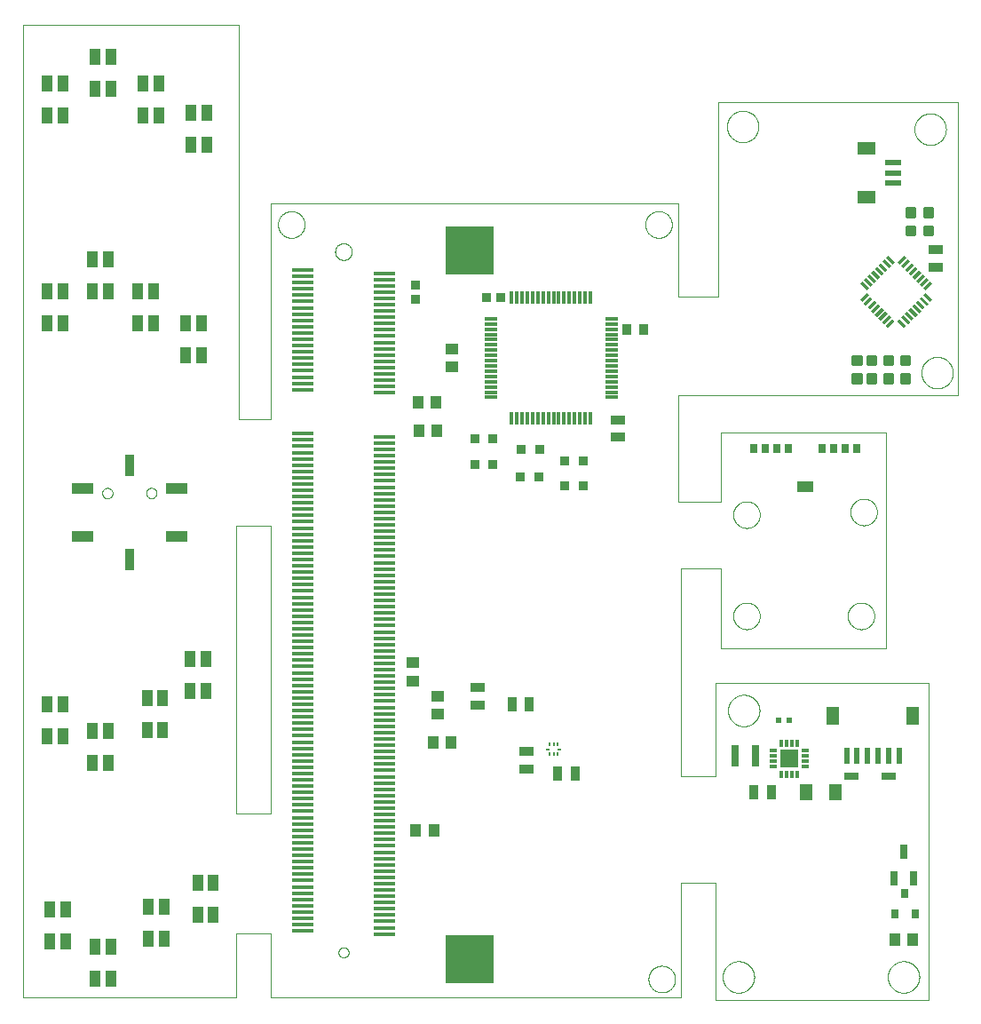
<source format=gtp>
G75*
%MOIN*%
%OFA0B0*%
%FSLAX25Y25*%
%IPPOS*%
%LPD*%
%AMOC8*
5,1,8,0,0,1.08239X$1,22.5*
%
%ADD10C,0.00000*%
%ADD11R,0.05575X0.02565*%
%ADD12R,0.02756X0.05510*%
%ADD13R,0.03150X0.03543*%
%ADD14R,0.03959X0.04724*%
%ADD15R,0.03800X0.05700*%
%ADD16R,0.04724X0.05906*%
%ADD17R,0.01181X0.02559*%
%ADD18R,0.02559X0.01181*%
%ADD19R,0.06693X0.06693*%
%ADD20R,0.03150X0.07874*%
%ADD21R,0.02200X0.02400*%
%ADD22R,0.02362X0.06102*%
%ADD23R,0.04724X0.07087*%
%ADD24R,0.01200X0.03600*%
%ADD25R,0.06102X0.02362*%
%ADD26R,0.07087X0.04724*%
%ADD27R,0.05700X0.03800*%
%ADD28C,0.01181*%
%ADD29R,0.05906X0.04331*%
%ADD30R,0.07874X0.01378*%
%ADD31R,0.18110X0.18110*%
%ADD32R,0.04724X0.03959*%
%ADD33R,0.03600X0.03200*%
%ADD34R,0.00866X0.01378*%
%ADD35R,0.01772X0.00866*%
%ADD36R,0.01378X0.00866*%
%ADD37R,0.03800X0.03600*%
%ADD38R,0.01181X0.04724*%
%ADD39R,0.04724X0.01181*%
%ADD40R,0.03200X0.03600*%
%ADD41R,0.03200X0.04200*%
%ADD42R,0.07870X0.03940*%
%ADD43R,0.03500X0.07870*%
%ADD44R,0.04331X0.05906*%
D10*
X0001000Y0002150D02*
X0001000Y0367150D01*
X0082000Y0367150D01*
X0082000Y0219150D01*
X0094000Y0219150D01*
X0094000Y0300150D01*
X0247000Y0300150D01*
X0247000Y0265150D01*
X0262000Y0265150D01*
X0262000Y0338150D01*
X0352000Y0338150D01*
X0352000Y0228150D01*
X0247000Y0228150D01*
X0247000Y0188150D01*
X0263000Y0188150D01*
X0263000Y0214150D01*
X0325000Y0214150D01*
X0325000Y0133150D01*
X0263000Y0133150D01*
X0263000Y0163150D01*
X0248000Y0163150D01*
X0248000Y0085150D01*
X0261000Y0085150D01*
X0261000Y0120150D01*
X0341000Y0120150D01*
X0341000Y0001150D01*
X0261000Y0001150D01*
X0261000Y0045150D01*
X0248000Y0045150D01*
X0248000Y0002150D01*
X0094000Y0002150D01*
X0094000Y0026150D01*
X0081000Y0026150D01*
X0081000Y0002150D01*
X0001000Y0002150D01*
X0081000Y0071150D02*
X0081000Y0179150D01*
X0094000Y0179150D01*
X0094000Y0071150D01*
X0081000Y0071150D01*
X0119300Y0018885D02*
X0119302Y0018972D01*
X0119308Y0019059D01*
X0119318Y0019146D01*
X0119332Y0019232D01*
X0119350Y0019317D01*
X0119371Y0019401D01*
X0119397Y0019485D01*
X0119426Y0019567D01*
X0119460Y0019647D01*
X0119496Y0019726D01*
X0119537Y0019803D01*
X0119581Y0019879D01*
X0119628Y0019952D01*
X0119678Y0020023D01*
X0119732Y0020091D01*
X0119789Y0020157D01*
X0119849Y0020221D01*
X0119911Y0020281D01*
X0119977Y0020339D01*
X0120045Y0020393D01*
X0120115Y0020445D01*
X0120188Y0020493D01*
X0120263Y0020538D01*
X0120339Y0020579D01*
X0120418Y0020617D01*
X0120498Y0020651D01*
X0120580Y0020681D01*
X0120663Y0020707D01*
X0120747Y0020730D01*
X0120832Y0020749D01*
X0120918Y0020764D01*
X0121004Y0020775D01*
X0121091Y0020782D01*
X0121178Y0020785D01*
X0121265Y0020784D01*
X0121352Y0020779D01*
X0121439Y0020770D01*
X0121525Y0020757D01*
X0121611Y0020740D01*
X0121695Y0020719D01*
X0121779Y0020695D01*
X0121861Y0020666D01*
X0121942Y0020634D01*
X0122022Y0020598D01*
X0122099Y0020559D01*
X0122175Y0020516D01*
X0122249Y0020469D01*
X0122320Y0020420D01*
X0122389Y0020367D01*
X0122456Y0020310D01*
X0122520Y0020251D01*
X0122581Y0020189D01*
X0122640Y0020125D01*
X0122695Y0020057D01*
X0122747Y0019988D01*
X0122796Y0019916D01*
X0122842Y0019841D01*
X0122884Y0019765D01*
X0122922Y0019687D01*
X0122957Y0019607D01*
X0122989Y0019526D01*
X0123016Y0019443D01*
X0123040Y0019359D01*
X0123060Y0019274D01*
X0123076Y0019189D01*
X0123088Y0019102D01*
X0123096Y0019016D01*
X0123100Y0018929D01*
X0123100Y0018841D01*
X0123096Y0018754D01*
X0123088Y0018668D01*
X0123076Y0018581D01*
X0123060Y0018496D01*
X0123040Y0018411D01*
X0123016Y0018327D01*
X0122989Y0018244D01*
X0122957Y0018163D01*
X0122922Y0018083D01*
X0122884Y0018005D01*
X0122842Y0017929D01*
X0122796Y0017854D01*
X0122747Y0017782D01*
X0122695Y0017713D01*
X0122640Y0017645D01*
X0122581Y0017581D01*
X0122520Y0017519D01*
X0122456Y0017460D01*
X0122389Y0017403D01*
X0122320Y0017350D01*
X0122249Y0017301D01*
X0122175Y0017254D01*
X0122099Y0017211D01*
X0122022Y0017172D01*
X0121942Y0017136D01*
X0121861Y0017104D01*
X0121779Y0017075D01*
X0121695Y0017051D01*
X0121611Y0017030D01*
X0121525Y0017013D01*
X0121439Y0017000D01*
X0121352Y0016991D01*
X0121265Y0016986D01*
X0121178Y0016985D01*
X0121091Y0016988D01*
X0121004Y0016995D01*
X0120918Y0017006D01*
X0120832Y0017021D01*
X0120747Y0017040D01*
X0120663Y0017063D01*
X0120580Y0017089D01*
X0120498Y0017119D01*
X0120418Y0017153D01*
X0120339Y0017191D01*
X0120263Y0017232D01*
X0120188Y0017277D01*
X0120115Y0017325D01*
X0120045Y0017377D01*
X0119977Y0017431D01*
X0119911Y0017489D01*
X0119849Y0017549D01*
X0119789Y0017613D01*
X0119732Y0017679D01*
X0119678Y0017747D01*
X0119628Y0017818D01*
X0119581Y0017891D01*
X0119537Y0017967D01*
X0119496Y0018044D01*
X0119460Y0018123D01*
X0119426Y0018203D01*
X0119397Y0018285D01*
X0119371Y0018369D01*
X0119350Y0018453D01*
X0119332Y0018538D01*
X0119318Y0018624D01*
X0119308Y0018711D01*
X0119302Y0018798D01*
X0119300Y0018885D01*
X0235700Y0008850D02*
X0235702Y0008991D01*
X0235708Y0009132D01*
X0235718Y0009272D01*
X0235732Y0009412D01*
X0235750Y0009552D01*
X0235771Y0009691D01*
X0235797Y0009830D01*
X0235826Y0009968D01*
X0235860Y0010104D01*
X0235897Y0010240D01*
X0235938Y0010375D01*
X0235983Y0010509D01*
X0236032Y0010641D01*
X0236084Y0010772D01*
X0236140Y0010901D01*
X0236200Y0011028D01*
X0236263Y0011154D01*
X0236329Y0011278D01*
X0236400Y0011401D01*
X0236473Y0011521D01*
X0236550Y0011639D01*
X0236630Y0011755D01*
X0236714Y0011868D01*
X0236800Y0011979D01*
X0236890Y0012088D01*
X0236983Y0012194D01*
X0237078Y0012297D01*
X0237177Y0012398D01*
X0237278Y0012496D01*
X0237382Y0012591D01*
X0237489Y0012683D01*
X0237598Y0012772D01*
X0237710Y0012857D01*
X0237824Y0012940D01*
X0237940Y0013020D01*
X0238059Y0013096D01*
X0238180Y0013168D01*
X0238302Y0013238D01*
X0238427Y0013303D01*
X0238553Y0013366D01*
X0238681Y0013424D01*
X0238811Y0013479D01*
X0238942Y0013531D01*
X0239075Y0013578D01*
X0239209Y0013622D01*
X0239344Y0013663D01*
X0239480Y0013699D01*
X0239617Y0013731D01*
X0239755Y0013760D01*
X0239893Y0013785D01*
X0240033Y0013805D01*
X0240173Y0013822D01*
X0240313Y0013835D01*
X0240454Y0013844D01*
X0240594Y0013849D01*
X0240735Y0013850D01*
X0240876Y0013847D01*
X0241017Y0013840D01*
X0241157Y0013829D01*
X0241297Y0013814D01*
X0241437Y0013795D01*
X0241576Y0013773D01*
X0241714Y0013746D01*
X0241852Y0013716D01*
X0241988Y0013681D01*
X0242124Y0013643D01*
X0242258Y0013601D01*
X0242392Y0013555D01*
X0242524Y0013506D01*
X0242654Y0013452D01*
X0242783Y0013395D01*
X0242910Y0013335D01*
X0243036Y0013271D01*
X0243159Y0013203D01*
X0243281Y0013132D01*
X0243401Y0013058D01*
X0243518Y0012980D01*
X0243633Y0012899D01*
X0243746Y0012815D01*
X0243857Y0012728D01*
X0243965Y0012637D01*
X0244070Y0012544D01*
X0244173Y0012447D01*
X0244273Y0012348D01*
X0244370Y0012246D01*
X0244464Y0012141D01*
X0244555Y0012034D01*
X0244643Y0011924D01*
X0244728Y0011812D01*
X0244810Y0011697D01*
X0244889Y0011580D01*
X0244964Y0011461D01*
X0245036Y0011340D01*
X0245104Y0011217D01*
X0245169Y0011092D01*
X0245231Y0010965D01*
X0245288Y0010836D01*
X0245343Y0010706D01*
X0245393Y0010575D01*
X0245440Y0010442D01*
X0245483Y0010308D01*
X0245522Y0010172D01*
X0245557Y0010036D01*
X0245589Y0009899D01*
X0245616Y0009761D01*
X0245640Y0009622D01*
X0245660Y0009482D01*
X0245676Y0009342D01*
X0245688Y0009202D01*
X0245696Y0009061D01*
X0245700Y0008920D01*
X0245700Y0008780D01*
X0245696Y0008639D01*
X0245688Y0008498D01*
X0245676Y0008358D01*
X0245660Y0008218D01*
X0245640Y0008078D01*
X0245616Y0007939D01*
X0245589Y0007801D01*
X0245557Y0007664D01*
X0245522Y0007528D01*
X0245483Y0007392D01*
X0245440Y0007258D01*
X0245393Y0007125D01*
X0245343Y0006994D01*
X0245288Y0006864D01*
X0245231Y0006735D01*
X0245169Y0006608D01*
X0245104Y0006483D01*
X0245036Y0006360D01*
X0244964Y0006239D01*
X0244889Y0006120D01*
X0244810Y0006003D01*
X0244728Y0005888D01*
X0244643Y0005776D01*
X0244555Y0005666D01*
X0244464Y0005559D01*
X0244370Y0005454D01*
X0244273Y0005352D01*
X0244173Y0005253D01*
X0244070Y0005156D01*
X0243965Y0005063D01*
X0243857Y0004972D01*
X0243746Y0004885D01*
X0243633Y0004801D01*
X0243518Y0004720D01*
X0243401Y0004642D01*
X0243281Y0004568D01*
X0243159Y0004497D01*
X0243036Y0004429D01*
X0242910Y0004365D01*
X0242783Y0004305D01*
X0242654Y0004248D01*
X0242524Y0004194D01*
X0242392Y0004145D01*
X0242258Y0004099D01*
X0242124Y0004057D01*
X0241988Y0004019D01*
X0241852Y0003984D01*
X0241714Y0003954D01*
X0241576Y0003927D01*
X0241437Y0003905D01*
X0241297Y0003886D01*
X0241157Y0003871D01*
X0241017Y0003860D01*
X0240876Y0003853D01*
X0240735Y0003850D01*
X0240594Y0003851D01*
X0240454Y0003856D01*
X0240313Y0003865D01*
X0240173Y0003878D01*
X0240033Y0003895D01*
X0239893Y0003915D01*
X0239755Y0003940D01*
X0239617Y0003969D01*
X0239480Y0004001D01*
X0239344Y0004037D01*
X0239209Y0004078D01*
X0239075Y0004122D01*
X0238942Y0004169D01*
X0238811Y0004221D01*
X0238681Y0004276D01*
X0238553Y0004334D01*
X0238427Y0004397D01*
X0238302Y0004462D01*
X0238180Y0004532D01*
X0238059Y0004604D01*
X0237940Y0004680D01*
X0237824Y0004760D01*
X0237710Y0004843D01*
X0237598Y0004928D01*
X0237489Y0005017D01*
X0237382Y0005109D01*
X0237278Y0005204D01*
X0237177Y0005302D01*
X0237078Y0005403D01*
X0236983Y0005506D01*
X0236890Y0005612D01*
X0236800Y0005721D01*
X0236714Y0005832D01*
X0236630Y0005945D01*
X0236550Y0006061D01*
X0236473Y0006179D01*
X0236400Y0006299D01*
X0236329Y0006422D01*
X0236263Y0006546D01*
X0236200Y0006672D01*
X0236140Y0006799D01*
X0236084Y0006928D01*
X0236032Y0007059D01*
X0235983Y0007191D01*
X0235938Y0007325D01*
X0235897Y0007460D01*
X0235860Y0007596D01*
X0235826Y0007732D01*
X0235797Y0007870D01*
X0235771Y0008009D01*
X0235750Y0008148D01*
X0235732Y0008288D01*
X0235718Y0008428D01*
X0235708Y0008568D01*
X0235702Y0008709D01*
X0235700Y0008850D01*
X0263594Y0009650D02*
X0263596Y0009803D01*
X0263602Y0009957D01*
X0263612Y0010110D01*
X0263626Y0010262D01*
X0263644Y0010415D01*
X0263666Y0010566D01*
X0263691Y0010717D01*
X0263721Y0010868D01*
X0263755Y0011018D01*
X0263792Y0011166D01*
X0263833Y0011314D01*
X0263878Y0011460D01*
X0263927Y0011606D01*
X0263980Y0011750D01*
X0264036Y0011892D01*
X0264096Y0012033D01*
X0264160Y0012173D01*
X0264227Y0012311D01*
X0264298Y0012447D01*
X0264373Y0012581D01*
X0264450Y0012713D01*
X0264532Y0012843D01*
X0264616Y0012971D01*
X0264704Y0013097D01*
X0264795Y0013220D01*
X0264889Y0013341D01*
X0264987Y0013459D01*
X0265087Y0013575D01*
X0265191Y0013688D01*
X0265297Y0013799D01*
X0265406Y0013907D01*
X0265518Y0014012D01*
X0265632Y0014113D01*
X0265750Y0014212D01*
X0265869Y0014308D01*
X0265991Y0014401D01*
X0266116Y0014490D01*
X0266243Y0014577D01*
X0266372Y0014659D01*
X0266503Y0014739D01*
X0266636Y0014815D01*
X0266771Y0014888D01*
X0266908Y0014957D01*
X0267047Y0015022D01*
X0267187Y0015084D01*
X0267329Y0015142D01*
X0267472Y0015197D01*
X0267617Y0015248D01*
X0267763Y0015295D01*
X0267910Y0015338D01*
X0268058Y0015377D01*
X0268207Y0015413D01*
X0268357Y0015444D01*
X0268508Y0015472D01*
X0268659Y0015496D01*
X0268812Y0015516D01*
X0268964Y0015532D01*
X0269117Y0015544D01*
X0269270Y0015552D01*
X0269423Y0015556D01*
X0269577Y0015556D01*
X0269730Y0015552D01*
X0269883Y0015544D01*
X0270036Y0015532D01*
X0270188Y0015516D01*
X0270341Y0015496D01*
X0270492Y0015472D01*
X0270643Y0015444D01*
X0270793Y0015413D01*
X0270942Y0015377D01*
X0271090Y0015338D01*
X0271237Y0015295D01*
X0271383Y0015248D01*
X0271528Y0015197D01*
X0271671Y0015142D01*
X0271813Y0015084D01*
X0271953Y0015022D01*
X0272092Y0014957D01*
X0272229Y0014888D01*
X0272364Y0014815D01*
X0272497Y0014739D01*
X0272628Y0014659D01*
X0272757Y0014577D01*
X0272884Y0014490D01*
X0273009Y0014401D01*
X0273131Y0014308D01*
X0273250Y0014212D01*
X0273368Y0014113D01*
X0273482Y0014012D01*
X0273594Y0013907D01*
X0273703Y0013799D01*
X0273809Y0013688D01*
X0273913Y0013575D01*
X0274013Y0013459D01*
X0274111Y0013341D01*
X0274205Y0013220D01*
X0274296Y0013097D01*
X0274384Y0012971D01*
X0274468Y0012843D01*
X0274550Y0012713D01*
X0274627Y0012581D01*
X0274702Y0012447D01*
X0274773Y0012311D01*
X0274840Y0012173D01*
X0274904Y0012033D01*
X0274964Y0011892D01*
X0275020Y0011750D01*
X0275073Y0011606D01*
X0275122Y0011460D01*
X0275167Y0011314D01*
X0275208Y0011166D01*
X0275245Y0011018D01*
X0275279Y0010868D01*
X0275309Y0010717D01*
X0275334Y0010566D01*
X0275356Y0010415D01*
X0275374Y0010262D01*
X0275388Y0010110D01*
X0275398Y0009957D01*
X0275404Y0009803D01*
X0275406Y0009650D01*
X0275404Y0009497D01*
X0275398Y0009343D01*
X0275388Y0009190D01*
X0275374Y0009038D01*
X0275356Y0008885D01*
X0275334Y0008734D01*
X0275309Y0008583D01*
X0275279Y0008432D01*
X0275245Y0008282D01*
X0275208Y0008134D01*
X0275167Y0007986D01*
X0275122Y0007840D01*
X0275073Y0007694D01*
X0275020Y0007550D01*
X0274964Y0007408D01*
X0274904Y0007267D01*
X0274840Y0007127D01*
X0274773Y0006989D01*
X0274702Y0006853D01*
X0274627Y0006719D01*
X0274550Y0006587D01*
X0274468Y0006457D01*
X0274384Y0006329D01*
X0274296Y0006203D01*
X0274205Y0006080D01*
X0274111Y0005959D01*
X0274013Y0005841D01*
X0273913Y0005725D01*
X0273809Y0005612D01*
X0273703Y0005501D01*
X0273594Y0005393D01*
X0273482Y0005288D01*
X0273368Y0005187D01*
X0273250Y0005088D01*
X0273131Y0004992D01*
X0273009Y0004899D01*
X0272884Y0004810D01*
X0272757Y0004723D01*
X0272628Y0004641D01*
X0272497Y0004561D01*
X0272364Y0004485D01*
X0272229Y0004412D01*
X0272092Y0004343D01*
X0271953Y0004278D01*
X0271813Y0004216D01*
X0271671Y0004158D01*
X0271528Y0004103D01*
X0271383Y0004052D01*
X0271237Y0004005D01*
X0271090Y0003962D01*
X0270942Y0003923D01*
X0270793Y0003887D01*
X0270643Y0003856D01*
X0270492Y0003828D01*
X0270341Y0003804D01*
X0270188Y0003784D01*
X0270036Y0003768D01*
X0269883Y0003756D01*
X0269730Y0003748D01*
X0269577Y0003744D01*
X0269423Y0003744D01*
X0269270Y0003748D01*
X0269117Y0003756D01*
X0268964Y0003768D01*
X0268812Y0003784D01*
X0268659Y0003804D01*
X0268508Y0003828D01*
X0268357Y0003856D01*
X0268207Y0003887D01*
X0268058Y0003923D01*
X0267910Y0003962D01*
X0267763Y0004005D01*
X0267617Y0004052D01*
X0267472Y0004103D01*
X0267329Y0004158D01*
X0267187Y0004216D01*
X0267047Y0004278D01*
X0266908Y0004343D01*
X0266771Y0004412D01*
X0266636Y0004485D01*
X0266503Y0004561D01*
X0266372Y0004641D01*
X0266243Y0004723D01*
X0266116Y0004810D01*
X0265991Y0004899D01*
X0265869Y0004992D01*
X0265750Y0005088D01*
X0265632Y0005187D01*
X0265518Y0005288D01*
X0265406Y0005393D01*
X0265297Y0005501D01*
X0265191Y0005612D01*
X0265087Y0005725D01*
X0264987Y0005841D01*
X0264889Y0005959D01*
X0264795Y0006080D01*
X0264704Y0006203D01*
X0264616Y0006329D01*
X0264532Y0006457D01*
X0264450Y0006587D01*
X0264373Y0006719D01*
X0264298Y0006853D01*
X0264227Y0006989D01*
X0264160Y0007127D01*
X0264096Y0007267D01*
X0264036Y0007408D01*
X0263980Y0007550D01*
X0263927Y0007694D01*
X0263878Y0007840D01*
X0263833Y0007986D01*
X0263792Y0008134D01*
X0263755Y0008282D01*
X0263721Y0008432D01*
X0263691Y0008583D01*
X0263666Y0008734D01*
X0263644Y0008885D01*
X0263626Y0009038D01*
X0263612Y0009190D01*
X0263602Y0009343D01*
X0263596Y0009497D01*
X0263594Y0009650D01*
X0325594Y0009650D02*
X0325596Y0009803D01*
X0325602Y0009957D01*
X0325612Y0010110D01*
X0325626Y0010262D01*
X0325644Y0010415D01*
X0325666Y0010566D01*
X0325691Y0010717D01*
X0325721Y0010868D01*
X0325755Y0011018D01*
X0325792Y0011166D01*
X0325833Y0011314D01*
X0325878Y0011460D01*
X0325927Y0011606D01*
X0325980Y0011750D01*
X0326036Y0011892D01*
X0326096Y0012033D01*
X0326160Y0012173D01*
X0326227Y0012311D01*
X0326298Y0012447D01*
X0326373Y0012581D01*
X0326450Y0012713D01*
X0326532Y0012843D01*
X0326616Y0012971D01*
X0326704Y0013097D01*
X0326795Y0013220D01*
X0326889Y0013341D01*
X0326987Y0013459D01*
X0327087Y0013575D01*
X0327191Y0013688D01*
X0327297Y0013799D01*
X0327406Y0013907D01*
X0327518Y0014012D01*
X0327632Y0014113D01*
X0327750Y0014212D01*
X0327869Y0014308D01*
X0327991Y0014401D01*
X0328116Y0014490D01*
X0328243Y0014577D01*
X0328372Y0014659D01*
X0328503Y0014739D01*
X0328636Y0014815D01*
X0328771Y0014888D01*
X0328908Y0014957D01*
X0329047Y0015022D01*
X0329187Y0015084D01*
X0329329Y0015142D01*
X0329472Y0015197D01*
X0329617Y0015248D01*
X0329763Y0015295D01*
X0329910Y0015338D01*
X0330058Y0015377D01*
X0330207Y0015413D01*
X0330357Y0015444D01*
X0330508Y0015472D01*
X0330659Y0015496D01*
X0330812Y0015516D01*
X0330964Y0015532D01*
X0331117Y0015544D01*
X0331270Y0015552D01*
X0331423Y0015556D01*
X0331577Y0015556D01*
X0331730Y0015552D01*
X0331883Y0015544D01*
X0332036Y0015532D01*
X0332188Y0015516D01*
X0332341Y0015496D01*
X0332492Y0015472D01*
X0332643Y0015444D01*
X0332793Y0015413D01*
X0332942Y0015377D01*
X0333090Y0015338D01*
X0333237Y0015295D01*
X0333383Y0015248D01*
X0333528Y0015197D01*
X0333671Y0015142D01*
X0333813Y0015084D01*
X0333953Y0015022D01*
X0334092Y0014957D01*
X0334229Y0014888D01*
X0334364Y0014815D01*
X0334497Y0014739D01*
X0334628Y0014659D01*
X0334757Y0014577D01*
X0334884Y0014490D01*
X0335009Y0014401D01*
X0335131Y0014308D01*
X0335250Y0014212D01*
X0335368Y0014113D01*
X0335482Y0014012D01*
X0335594Y0013907D01*
X0335703Y0013799D01*
X0335809Y0013688D01*
X0335913Y0013575D01*
X0336013Y0013459D01*
X0336111Y0013341D01*
X0336205Y0013220D01*
X0336296Y0013097D01*
X0336384Y0012971D01*
X0336468Y0012843D01*
X0336550Y0012713D01*
X0336627Y0012581D01*
X0336702Y0012447D01*
X0336773Y0012311D01*
X0336840Y0012173D01*
X0336904Y0012033D01*
X0336964Y0011892D01*
X0337020Y0011750D01*
X0337073Y0011606D01*
X0337122Y0011460D01*
X0337167Y0011314D01*
X0337208Y0011166D01*
X0337245Y0011018D01*
X0337279Y0010868D01*
X0337309Y0010717D01*
X0337334Y0010566D01*
X0337356Y0010415D01*
X0337374Y0010262D01*
X0337388Y0010110D01*
X0337398Y0009957D01*
X0337404Y0009803D01*
X0337406Y0009650D01*
X0337404Y0009497D01*
X0337398Y0009343D01*
X0337388Y0009190D01*
X0337374Y0009038D01*
X0337356Y0008885D01*
X0337334Y0008734D01*
X0337309Y0008583D01*
X0337279Y0008432D01*
X0337245Y0008282D01*
X0337208Y0008134D01*
X0337167Y0007986D01*
X0337122Y0007840D01*
X0337073Y0007694D01*
X0337020Y0007550D01*
X0336964Y0007408D01*
X0336904Y0007267D01*
X0336840Y0007127D01*
X0336773Y0006989D01*
X0336702Y0006853D01*
X0336627Y0006719D01*
X0336550Y0006587D01*
X0336468Y0006457D01*
X0336384Y0006329D01*
X0336296Y0006203D01*
X0336205Y0006080D01*
X0336111Y0005959D01*
X0336013Y0005841D01*
X0335913Y0005725D01*
X0335809Y0005612D01*
X0335703Y0005501D01*
X0335594Y0005393D01*
X0335482Y0005288D01*
X0335368Y0005187D01*
X0335250Y0005088D01*
X0335131Y0004992D01*
X0335009Y0004899D01*
X0334884Y0004810D01*
X0334757Y0004723D01*
X0334628Y0004641D01*
X0334497Y0004561D01*
X0334364Y0004485D01*
X0334229Y0004412D01*
X0334092Y0004343D01*
X0333953Y0004278D01*
X0333813Y0004216D01*
X0333671Y0004158D01*
X0333528Y0004103D01*
X0333383Y0004052D01*
X0333237Y0004005D01*
X0333090Y0003962D01*
X0332942Y0003923D01*
X0332793Y0003887D01*
X0332643Y0003856D01*
X0332492Y0003828D01*
X0332341Y0003804D01*
X0332188Y0003784D01*
X0332036Y0003768D01*
X0331883Y0003756D01*
X0331730Y0003748D01*
X0331577Y0003744D01*
X0331423Y0003744D01*
X0331270Y0003748D01*
X0331117Y0003756D01*
X0330964Y0003768D01*
X0330812Y0003784D01*
X0330659Y0003804D01*
X0330508Y0003828D01*
X0330357Y0003856D01*
X0330207Y0003887D01*
X0330058Y0003923D01*
X0329910Y0003962D01*
X0329763Y0004005D01*
X0329617Y0004052D01*
X0329472Y0004103D01*
X0329329Y0004158D01*
X0329187Y0004216D01*
X0329047Y0004278D01*
X0328908Y0004343D01*
X0328771Y0004412D01*
X0328636Y0004485D01*
X0328503Y0004561D01*
X0328372Y0004641D01*
X0328243Y0004723D01*
X0328116Y0004810D01*
X0327991Y0004899D01*
X0327869Y0004992D01*
X0327750Y0005088D01*
X0327632Y0005187D01*
X0327518Y0005288D01*
X0327406Y0005393D01*
X0327297Y0005501D01*
X0327191Y0005612D01*
X0327087Y0005725D01*
X0326987Y0005841D01*
X0326889Y0005959D01*
X0326795Y0006080D01*
X0326704Y0006203D01*
X0326616Y0006329D01*
X0326532Y0006457D01*
X0326450Y0006587D01*
X0326373Y0006719D01*
X0326298Y0006853D01*
X0326227Y0006989D01*
X0326160Y0007127D01*
X0326096Y0007267D01*
X0326036Y0007408D01*
X0325980Y0007550D01*
X0325927Y0007694D01*
X0325878Y0007840D01*
X0325833Y0007986D01*
X0325792Y0008134D01*
X0325755Y0008282D01*
X0325721Y0008432D01*
X0325691Y0008583D01*
X0325666Y0008734D01*
X0325644Y0008885D01*
X0325626Y0009038D01*
X0325612Y0009190D01*
X0325602Y0009343D01*
X0325596Y0009497D01*
X0325594Y0009650D01*
X0265594Y0109650D02*
X0265596Y0109803D01*
X0265602Y0109957D01*
X0265612Y0110110D01*
X0265626Y0110262D01*
X0265644Y0110415D01*
X0265666Y0110566D01*
X0265691Y0110717D01*
X0265721Y0110868D01*
X0265755Y0111018D01*
X0265792Y0111166D01*
X0265833Y0111314D01*
X0265878Y0111460D01*
X0265927Y0111606D01*
X0265980Y0111750D01*
X0266036Y0111892D01*
X0266096Y0112033D01*
X0266160Y0112173D01*
X0266227Y0112311D01*
X0266298Y0112447D01*
X0266373Y0112581D01*
X0266450Y0112713D01*
X0266532Y0112843D01*
X0266616Y0112971D01*
X0266704Y0113097D01*
X0266795Y0113220D01*
X0266889Y0113341D01*
X0266987Y0113459D01*
X0267087Y0113575D01*
X0267191Y0113688D01*
X0267297Y0113799D01*
X0267406Y0113907D01*
X0267518Y0114012D01*
X0267632Y0114113D01*
X0267750Y0114212D01*
X0267869Y0114308D01*
X0267991Y0114401D01*
X0268116Y0114490D01*
X0268243Y0114577D01*
X0268372Y0114659D01*
X0268503Y0114739D01*
X0268636Y0114815D01*
X0268771Y0114888D01*
X0268908Y0114957D01*
X0269047Y0115022D01*
X0269187Y0115084D01*
X0269329Y0115142D01*
X0269472Y0115197D01*
X0269617Y0115248D01*
X0269763Y0115295D01*
X0269910Y0115338D01*
X0270058Y0115377D01*
X0270207Y0115413D01*
X0270357Y0115444D01*
X0270508Y0115472D01*
X0270659Y0115496D01*
X0270812Y0115516D01*
X0270964Y0115532D01*
X0271117Y0115544D01*
X0271270Y0115552D01*
X0271423Y0115556D01*
X0271577Y0115556D01*
X0271730Y0115552D01*
X0271883Y0115544D01*
X0272036Y0115532D01*
X0272188Y0115516D01*
X0272341Y0115496D01*
X0272492Y0115472D01*
X0272643Y0115444D01*
X0272793Y0115413D01*
X0272942Y0115377D01*
X0273090Y0115338D01*
X0273237Y0115295D01*
X0273383Y0115248D01*
X0273528Y0115197D01*
X0273671Y0115142D01*
X0273813Y0115084D01*
X0273953Y0115022D01*
X0274092Y0114957D01*
X0274229Y0114888D01*
X0274364Y0114815D01*
X0274497Y0114739D01*
X0274628Y0114659D01*
X0274757Y0114577D01*
X0274884Y0114490D01*
X0275009Y0114401D01*
X0275131Y0114308D01*
X0275250Y0114212D01*
X0275368Y0114113D01*
X0275482Y0114012D01*
X0275594Y0113907D01*
X0275703Y0113799D01*
X0275809Y0113688D01*
X0275913Y0113575D01*
X0276013Y0113459D01*
X0276111Y0113341D01*
X0276205Y0113220D01*
X0276296Y0113097D01*
X0276384Y0112971D01*
X0276468Y0112843D01*
X0276550Y0112713D01*
X0276627Y0112581D01*
X0276702Y0112447D01*
X0276773Y0112311D01*
X0276840Y0112173D01*
X0276904Y0112033D01*
X0276964Y0111892D01*
X0277020Y0111750D01*
X0277073Y0111606D01*
X0277122Y0111460D01*
X0277167Y0111314D01*
X0277208Y0111166D01*
X0277245Y0111018D01*
X0277279Y0110868D01*
X0277309Y0110717D01*
X0277334Y0110566D01*
X0277356Y0110415D01*
X0277374Y0110262D01*
X0277388Y0110110D01*
X0277398Y0109957D01*
X0277404Y0109803D01*
X0277406Y0109650D01*
X0277404Y0109497D01*
X0277398Y0109343D01*
X0277388Y0109190D01*
X0277374Y0109038D01*
X0277356Y0108885D01*
X0277334Y0108734D01*
X0277309Y0108583D01*
X0277279Y0108432D01*
X0277245Y0108282D01*
X0277208Y0108134D01*
X0277167Y0107986D01*
X0277122Y0107840D01*
X0277073Y0107694D01*
X0277020Y0107550D01*
X0276964Y0107408D01*
X0276904Y0107267D01*
X0276840Y0107127D01*
X0276773Y0106989D01*
X0276702Y0106853D01*
X0276627Y0106719D01*
X0276550Y0106587D01*
X0276468Y0106457D01*
X0276384Y0106329D01*
X0276296Y0106203D01*
X0276205Y0106080D01*
X0276111Y0105959D01*
X0276013Y0105841D01*
X0275913Y0105725D01*
X0275809Y0105612D01*
X0275703Y0105501D01*
X0275594Y0105393D01*
X0275482Y0105288D01*
X0275368Y0105187D01*
X0275250Y0105088D01*
X0275131Y0104992D01*
X0275009Y0104899D01*
X0274884Y0104810D01*
X0274757Y0104723D01*
X0274628Y0104641D01*
X0274497Y0104561D01*
X0274364Y0104485D01*
X0274229Y0104412D01*
X0274092Y0104343D01*
X0273953Y0104278D01*
X0273813Y0104216D01*
X0273671Y0104158D01*
X0273528Y0104103D01*
X0273383Y0104052D01*
X0273237Y0104005D01*
X0273090Y0103962D01*
X0272942Y0103923D01*
X0272793Y0103887D01*
X0272643Y0103856D01*
X0272492Y0103828D01*
X0272341Y0103804D01*
X0272188Y0103784D01*
X0272036Y0103768D01*
X0271883Y0103756D01*
X0271730Y0103748D01*
X0271577Y0103744D01*
X0271423Y0103744D01*
X0271270Y0103748D01*
X0271117Y0103756D01*
X0270964Y0103768D01*
X0270812Y0103784D01*
X0270659Y0103804D01*
X0270508Y0103828D01*
X0270357Y0103856D01*
X0270207Y0103887D01*
X0270058Y0103923D01*
X0269910Y0103962D01*
X0269763Y0104005D01*
X0269617Y0104052D01*
X0269472Y0104103D01*
X0269329Y0104158D01*
X0269187Y0104216D01*
X0269047Y0104278D01*
X0268908Y0104343D01*
X0268771Y0104412D01*
X0268636Y0104485D01*
X0268503Y0104561D01*
X0268372Y0104641D01*
X0268243Y0104723D01*
X0268116Y0104810D01*
X0267991Y0104899D01*
X0267869Y0104992D01*
X0267750Y0105088D01*
X0267632Y0105187D01*
X0267518Y0105288D01*
X0267406Y0105393D01*
X0267297Y0105501D01*
X0267191Y0105612D01*
X0267087Y0105725D01*
X0266987Y0105841D01*
X0266889Y0105959D01*
X0266795Y0106080D01*
X0266704Y0106203D01*
X0266616Y0106329D01*
X0266532Y0106457D01*
X0266450Y0106587D01*
X0266373Y0106719D01*
X0266298Y0106853D01*
X0266227Y0106989D01*
X0266160Y0107127D01*
X0266096Y0107267D01*
X0266036Y0107408D01*
X0265980Y0107550D01*
X0265927Y0107694D01*
X0265878Y0107840D01*
X0265833Y0107986D01*
X0265792Y0108134D01*
X0265755Y0108282D01*
X0265721Y0108432D01*
X0265691Y0108583D01*
X0265666Y0108734D01*
X0265644Y0108885D01*
X0265626Y0109038D01*
X0265612Y0109190D01*
X0265602Y0109343D01*
X0265596Y0109497D01*
X0265594Y0109650D01*
X0267500Y0145150D02*
X0267502Y0145291D01*
X0267508Y0145432D01*
X0267518Y0145572D01*
X0267532Y0145712D01*
X0267550Y0145852D01*
X0267571Y0145991D01*
X0267597Y0146130D01*
X0267626Y0146268D01*
X0267660Y0146404D01*
X0267697Y0146540D01*
X0267738Y0146675D01*
X0267783Y0146809D01*
X0267832Y0146941D01*
X0267884Y0147072D01*
X0267940Y0147201D01*
X0268000Y0147328D01*
X0268063Y0147454D01*
X0268129Y0147578D01*
X0268200Y0147701D01*
X0268273Y0147821D01*
X0268350Y0147939D01*
X0268430Y0148055D01*
X0268514Y0148168D01*
X0268600Y0148279D01*
X0268690Y0148388D01*
X0268783Y0148494D01*
X0268878Y0148597D01*
X0268977Y0148698D01*
X0269078Y0148796D01*
X0269182Y0148891D01*
X0269289Y0148983D01*
X0269398Y0149072D01*
X0269510Y0149157D01*
X0269624Y0149240D01*
X0269740Y0149320D01*
X0269859Y0149396D01*
X0269980Y0149468D01*
X0270102Y0149538D01*
X0270227Y0149603D01*
X0270353Y0149666D01*
X0270481Y0149724D01*
X0270611Y0149779D01*
X0270742Y0149831D01*
X0270875Y0149878D01*
X0271009Y0149922D01*
X0271144Y0149963D01*
X0271280Y0149999D01*
X0271417Y0150031D01*
X0271555Y0150060D01*
X0271693Y0150085D01*
X0271833Y0150105D01*
X0271973Y0150122D01*
X0272113Y0150135D01*
X0272254Y0150144D01*
X0272394Y0150149D01*
X0272535Y0150150D01*
X0272676Y0150147D01*
X0272817Y0150140D01*
X0272957Y0150129D01*
X0273097Y0150114D01*
X0273237Y0150095D01*
X0273376Y0150073D01*
X0273514Y0150046D01*
X0273652Y0150016D01*
X0273788Y0149981D01*
X0273924Y0149943D01*
X0274058Y0149901D01*
X0274192Y0149855D01*
X0274324Y0149806D01*
X0274454Y0149752D01*
X0274583Y0149695D01*
X0274710Y0149635D01*
X0274836Y0149571D01*
X0274959Y0149503D01*
X0275081Y0149432D01*
X0275201Y0149358D01*
X0275318Y0149280D01*
X0275433Y0149199D01*
X0275546Y0149115D01*
X0275657Y0149028D01*
X0275765Y0148937D01*
X0275870Y0148844D01*
X0275973Y0148747D01*
X0276073Y0148648D01*
X0276170Y0148546D01*
X0276264Y0148441D01*
X0276355Y0148334D01*
X0276443Y0148224D01*
X0276528Y0148112D01*
X0276610Y0147997D01*
X0276689Y0147880D01*
X0276764Y0147761D01*
X0276836Y0147640D01*
X0276904Y0147517D01*
X0276969Y0147392D01*
X0277031Y0147265D01*
X0277088Y0147136D01*
X0277143Y0147006D01*
X0277193Y0146875D01*
X0277240Y0146742D01*
X0277283Y0146608D01*
X0277322Y0146472D01*
X0277357Y0146336D01*
X0277389Y0146199D01*
X0277416Y0146061D01*
X0277440Y0145922D01*
X0277460Y0145782D01*
X0277476Y0145642D01*
X0277488Y0145502D01*
X0277496Y0145361D01*
X0277500Y0145220D01*
X0277500Y0145080D01*
X0277496Y0144939D01*
X0277488Y0144798D01*
X0277476Y0144658D01*
X0277460Y0144518D01*
X0277440Y0144378D01*
X0277416Y0144239D01*
X0277389Y0144101D01*
X0277357Y0143964D01*
X0277322Y0143828D01*
X0277283Y0143692D01*
X0277240Y0143558D01*
X0277193Y0143425D01*
X0277143Y0143294D01*
X0277088Y0143164D01*
X0277031Y0143035D01*
X0276969Y0142908D01*
X0276904Y0142783D01*
X0276836Y0142660D01*
X0276764Y0142539D01*
X0276689Y0142420D01*
X0276610Y0142303D01*
X0276528Y0142188D01*
X0276443Y0142076D01*
X0276355Y0141966D01*
X0276264Y0141859D01*
X0276170Y0141754D01*
X0276073Y0141652D01*
X0275973Y0141553D01*
X0275870Y0141456D01*
X0275765Y0141363D01*
X0275657Y0141272D01*
X0275546Y0141185D01*
X0275433Y0141101D01*
X0275318Y0141020D01*
X0275201Y0140942D01*
X0275081Y0140868D01*
X0274959Y0140797D01*
X0274836Y0140729D01*
X0274710Y0140665D01*
X0274583Y0140605D01*
X0274454Y0140548D01*
X0274324Y0140494D01*
X0274192Y0140445D01*
X0274058Y0140399D01*
X0273924Y0140357D01*
X0273788Y0140319D01*
X0273652Y0140284D01*
X0273514Y0140254D01*
X0273376Y0140227D01*
X0273237Y0140205D01*
X0273097Y0140186D01*
X0272957Y0140171D01*
X0272817Y0140160D01*
X0272676Y0140153D01*
X0272535Y0140150D01*
X0272394Y0140151D01*
X0272254Y0140156D01*
X0272113Y0140165D01*
X0271973Y0140178D01*
X0271833Y0140195D01*
X0271693Y0140215D01*
X0271555Y0140240D01*
X0271417Y0140269D01*
X0271280Y0140301D01*
X0271144Y0140337D01*
X0271009Y0140378D01*
X0270875Y0140422D01*
X0270742Y0140469D01*
X0270611Y0140521D01*
X0270481Y0140576D01*
X0270353Y0140634D01*
X0270227Y0140697D01*
X0270102Y0140762D01*
X0269980Y0140832D01*
X0269859Y0140904D01*
X0269740Y0140980D01*
X0269624Y0141060D01*
X0269510Y0141143D01*
X0269398Y0141228D01*
X0269289Y0141317D01*
X0269182Y0141409D01*
X0269078Y0141504D01*
X0268977Y0141602D01*
X0268878Y0141703D01*
X0268783Y0141806D01*
X0268690Y0141912D01*
X0268600Y0142021D01*
X0268514Y0142132D01*
X0268430Y0142245D01*
X0268350Y0142361D01*
X0268273Y0142479D01*
X0268200Y0142599D01*
X0268129Y0142722D01*
X0268063Y0142846D01*
X0268000Y0142972D01*
X0267940Y0143099D01*
X0267884Y0143228D01*
X0267832Y0143359D01*
X0267783Y0143491D01*
X0267738Y0143625D01*
X0267697Y0143760D01*
X0267660Y0143896D01*
X0267626Y0144032D01*
X0267597Y0144170D01*
X0267571Y0144309D01*
X0267550Y0144448D01*
X0267532Y0144588D01*
X0267518Y0144728D01*
X0267508Y0144868D01*
X0267502Y0145009D01*
X0267500Y0145150D01*
X0267500Y0183150D02*
X0267502Y0183291D01*
X0267508Y0183432D01*
X0267518Y0183572D01*
X0267532Y0183712D01*
X0267550Y0183852D01*
X0267571Y0183991D01*
X0267597Y0184130D01*
X0267626Y0184268D01*
X0267660Y0184404D01*
X0267697Y0184540D01*
X0267738Y0184675D01*
X0267783Y0184809D01*
X0267832Y0184941D01*
X0267884Y0185072D01*
X0267940Y0185201D01*
X0268000Y0185328D01*
X0268063Y0185454D01*
X0268129Y0185578D01*
X0268200Y0185701D01*
X0268273Y0185821D01*
X0268350Y0185939D01*
X0268430Y0186055D01*
X0268514Y0186168D01*
X0268600Y0186279D01*
X0268690Y0186388D01*
X0268783Y0186494D01*
X0268878Y0186597D01*
X0268977Y0186698D01*
X0269078Y0186796D01*
X0269182Y0186891D01*
X0269289Y0186983D01*
X0269398Y0187072D01*
X0269510Y0187157D01*
X0269624Y0187240D01*
X0269740Y0187320D01*
X0269859Y0187396D01*
X0269980Y0187468D01*
X0270102Y0187538D01*
X0270227Y0187603D01*
X0270353Y0187666D01*
X0270481Y0187724D01*
X0270611Y0187779D01*
X0270742Y0187831D01*
X0270875Y0187878D01*
X0271009Y0187922D01*
X0271144Y0187963D01*
X0271280Y0187999D01*
X0271417Y0188031D01*
X0271555Y0188060D01*
X0271693Y0188085D01*
X0271833Y0188105D01*
X0271973Y0188122D01*
X0272113Y0188135D01*
X0272254Y0188144D01*
X0272394Y0188149D01*
X0272535Y0188150D01*
X0272676Y0188147D01*
X0272817Y0188140D01*
X0272957Y0188129D01*
X0273097Y0188114D01*
X0273237Y0188095D01*
X0273376Y0188073D01*
X0273514Y0188046D01*
X0273652Y0188016D01*
X0273788Y0187981D01*
X0273924Y0187943D01*
X0274058Y0187901D01*
X0274192Y0187855D01*
X0274324Y0187806D01*
X0274454Y0187752D01*
X0274583Y0187695D01*
X0274710Y0187635D01*
X0274836Y0187571D01*
X0274959Y0187503D01*
X0275081Y0187432D01*
X0275201Y0187358D01*
X0275318Y0187280D01*
X0275433Y0187199D01*
X0275546Y0187115D01*
X0275657Y0187028D01*
X0275765Y0186937D01*
X0275870Y0186844D01*
X0275973Y0186747D01*
X0276073Y0186648D01*
X0276170Y0186546D01*
X0276264Y0186441D01*
X0276355Y0186334D01*
X0276443Y0186224D01*
X0276528Y0186112D01*
X0276610Y0185997D01*
X0276689Y0185880D01*
X0276764Y0185761D01*
X0276836Y0185640D01*
X0276904Y0185517D01*
X0276969Y0185392D01*
X0277031Y0185265D01*
X0277088Y0185136D01*
X0277143Y0185006D01*
X0277193Y0184875D01*
X0277240Y0184742D01*
X0277283Y0184608D01*
X0277322Y0184472D01*
X0277357Y0184336D01*
X0277389Y0184199D01*
X0277416Y0184061D01*
X0277440Y0183922D01*
X0277460Y0183782D01*
X0277476Y0183642D01*
X0277488Y0183502D01*
X0277496Y0183361D01*
X0277500Y0183220D01*
X0277500Y0183080D01*
X0277496Y0182939D01*
X0277488Y0182798D01*
X0277476Y0182658D01*
X0277460Y0182518D01*
X0277440Y0182378D01*
X0277416Y0182239D01*
X0277389Y0182101D01*
X0277357Y0181964D01*
X0277322Y0181828D01*
X0277283Y0181692D01*
X0277240Y0181558D01*
X0277193Y0181425D01*
X0277143Y0181294D01*
X0277088Y0181164D01*
X0277031Y0181035D01*
X0276969Y0180908D01*
X0276904Y0180783D01*
X0276836Y0180660D01*
X0276764Y0180539D01*
X0276689Y0180420D01*
X0276610Y0180303D01*
X0276528Y0180188D01*
X0276443Y0180076D01*
X0276355Y0179966D01*
X0276264Y0179859D01*
X0276170Y0179754D01*
X0276073Y0179652D01*
X0275973Y0179553D01*
X0275870Y0179456D01*
X0275765Y0179363D01*
X0275657Y0179272D01*
X0275546Y0179185D01*
X0275433Y0179101D01*
X0275318Y0179020D01*
X0275201Y0178942D01*
X0275081Y0178868D01*
X0274959Y0178797D01*
X0274836Y0178729D01*
X0274710Y0178665D01*
X0274583Y0178605D01*
X0274454Y0178548D01*
X0274324Y0178494D01*
X0274192Y0178445D01*
X0274058Y0178399D01*
X0273924Y0178357D01*
X0273788Y0178319D01*
X0273652Y0178284D01*
X0273514Y0178254D01*
X0273376Y0178227D01*
X0273237Y0178205D01*
X0273097Y0178186D01*
X0272957Y0178171D01*
X0272817Y0178160D01*
X0272676Y0178153D01*
X0272535Y0178150D01*
X0272394Y0178151D01*
X0272254Y0178156D01*
X0272113Y0178165D01*
X0271973Y0178178D01*
X0271833Y0178195D01*
X0271693Y0178215D01*
X0271555Y0178240D01*
X0271417Y0178269D01*
X0271280Y0178301D01*
X0271144Y0178337D01*
X0271009Y0178378D01*
X0270875Y0178422D01*
X0270742Y0178469D01*
X0270611Y0178521D01*
X0270481Y0178576D01*
X0270353Y0178634D01*
X0270227Y0178697D01*
X0270102Y0178762D01*
X0269980Y0178832D01*
X0269859Y0178904D01*
X0269740Y0178980D01*
X0269624Y0179060D01*
X0269510Y0179143D01*
X0269398Y0179228D01*
X0269289Y0179317D01*
X0269182Y0179409D01*
X0269078Y0179504D01*
X0268977Y0179602D01*
X0268878Y0179703D01*
X0268783Y0179806D01*
X0268690Y0179912D01*
X0268600Y0180021D01*
X0268514Y0180132D01*
X0268430Y0180245D01*
X0268350Y0180361D01*
X0268273Y0180479D01*
X0268200Y0180599D01*
X0268129Y0180722D01*
X0268063Y0180846D01*
X0268000Y0180972D01*
X0267940Y0181099D01*
X0267884Y0181228D01*
X0267832Y0181359D01*
X0267783Y0181491D01*
X0267738Y0181625D01*
X0267697Y0181760D01*
X0267660Y0181896D01*
X0267626Y0182032D01*
X0267597Y0182170D01*
X0267571Y0182309D01*
X0267550Y0182448D01*
X0267532Y0182588D01*
X0267518Y0182728D01*
X0267508Y0182868D01*
X0267502Y0183009D01*
X0267500Y0183150D01*
X0311500Y0184150D02*
X0311502Y0184291D01*
X0311508Y0184432D01*
X0311518Y0184572D01*
X0311532Y0184712D01*
X0311550Y0184852D01*
X0311571Y0184991D01*
X0311597Y0185130D01*
X0311626Y0185268D01*
X0311660Y0185404D01*
X0311697Y0185540D01*
X0311738Y0185675D01*
X0311783Y0185809D01*
X0311832Y0185941D01*
X0311884Y0186072D01*
X0311940Y0186201D01*
X0312000Y0186328D01*
X0312063Y0186454D01*
X0312129Y0186578D01*
X0312200Y0186701D01*
X0312273Y0186821D01*
X0312350Y0186939D01*
X0312430Y0187055D01*
X0312514Y0187168D01*
X0312600Y0187279D01*
X0312690Y0187388D01*
X0312783Y0187494D01*
X0312878Y0187597D01*
X0312977Y0187698D01*
X0313078Y0187796D01*
X0313182Y0187891D01*
X0313289Y0187983D01*
X0313398Y0188072D01*
X0313510Y0188157D01*
X0313624Y0188240D01*
X0313740Y0188320D01*
X0313859Y0188396D01*
X0313980Y0188468D01*
X0314102Y0188538D01*
X0314227Y0188603D01*
X0314353Y0188666D01*
X0314481Y0188724D01*
X0314611Y0188779D01*
X0314742Y0188831D01*
X0314875Y0188878D01*
X0315009Y0188922D01*
X0315144Y0188963D01*
X0315280Y0188999D01*
X0315417Y0189031D01*
X0315555Y0189060D01*
X0315693Y0189085D01*
X0315833Y0189105D01*
X0315973Y0189122D01*
X0316113Y0189135D01*
X0316254Y0189144D01*
X0316394Y0189149D01*
X0316535Y0189150D01*
X0316676Y0189147D01*
X0316817Y0189140D01*
X0316957Y0189129D01*
X0317097Y0189114D01*
X0317237Y0189095D01*
X0317376Y0189073D01*
X0317514Y0189046D01*
X0317652Y0189016D01*
X0317788Y0188981D01*
X0317924Y0188943D01*
X0318058Y0188901D01*
X0318192Y0188855D01*
X0318324Y0188806D01*
X0318454Y0188752D01*
X0318583Y0188695D01*
X0318710Y0188635D01*
X0318836Y0188571D01*
X0318959Y0188503D01*
X0319081Y0188432D01*
X0319201Y0188358D01*
X0319318Y0188280D01*
X0319433Y0188199D01*
X0319546Y0188115D01*
X0319657Y0188028D01*
X0319765Y0187937D01*
X0319870Y0187844D01*
X0319973Y0187747D01*
X0320073Y0187648D01*
X0320170Y0187546D01*
X0320264Y0187441D01*
X0320355Y0187334D01*
X0320443Y0187224D01*
X0320528Y0187112D01*
X0320610Y0186997D01*
X0320689Y0186880D01*
X0320764Y0186761D01*
X0320836Y0186640D01*
X0320904Y0186517D01*
X0320969Y0186392D01*
X0321031Y0186265D01*
X0321088Y0186136D01*
X0321143Y0186006D01*
X0321193Y0185875D01*
X0321240Y0185742D01*
X0321283Y0185608D01*
X0321322Y0185472D01*
X0321357Y0185336D01*
X0321389Y0185199D01*
X0321416Y0185061D01*
X0321440Y0184922D01*
X0321460Y0184782D01*
X0321476Y0184642D01*
X0321488Y0184502D01*
X0321496Y0184361D01*
X0321500Y0184220D01*
X0321500Y0184080D01*
X0321496Y0183939D01*
X0321488Y0183798D01*
X0321476Y0183658D01*
X0321460Y0183518D01*
X0321440Y0183378D01*
X0321416Y0183239D01*
X0321389Y0183101D01*
X0321357Y0182964D01*
X0321322Y0182828D01*
X0321283Y0182692D01*
X0321240Y0182558D01*
X0321193Y0182425D01*
X0321143Y0182294D01*
X0321088Y0182164D01*
X0321031Y0182035D01*
X0320969Y0181908D01*
X0320904Y0181783D01*
X0320836Y0181660D01*
X0320764Y0181539D01*
X0320689Y0181420D01*
X0320610Y0181303D01*
X0320528Y0181188D01*
X0320443Y0181076D01*
X0320355Y0180966D01*
X0320264Y0180859D01*
X0320170Y0180754D01*
X0320073Y0180652D01*
X0319973Y0180553D01*
X0319870Y0180456D01*
X0319765Y0180363D01*
X0319657Y0180272D01*
X0319546Y0180185D01*
X0319433Y0180101D01*
X0319318Y0180020D01*
X0319201Y0179942D01*
X0319081Y0179868D01*
X0318959Y0179797D01*
X0318836Y0179729D01*
X0318710Y0179665D01*
X0318583Y0179605D01*
X0318454Y0179548D01*
X0318324Y0179494D01*
X0318192Y0179445D01*
X0318058Y0179399D01*
X0317924Y0179357D01*
X0317788Y0179319D01*
X0317652Y0179284D01*
X0317514Y0179254D01*
X0317376Y0179227D01*
X0317237Y0179205D01*
X0317097Y0179186D01*
X0316957Y0179171D01*
X0316817Y0179160D01*
X0316676Y0179153D01*
X0316535Y0179150D01*
X0316394Y0179151D01*
X0316254Y0179156D01*
X0316113Y0179165D01*
X0315973Y0179178D01*
X0315833Y0179195D01*
X0315693Y0179215D01*
X0315555Y0179240D01*
X0315417Y0179269D01*
X0315280Y0179301D01*
X0315144Y0179337D01*
X0315009Y0179378D01*
X0314875Y0179422D01*
X0314742Y0179469D01*
X0314611Y0179521D01*
X0314481Y0179576D01*
X0314353Y0179634D01*
X0314227Y0179697D01*
X0314102Y0179762D01*
X0313980Y0179832D01*
X0313859Y0179904D01*
X0313740Y0179980D01*
X0313624Y0180060D01*
X0313510Y0180143D01*
X0313398Y0180228D01*
X0313289Y0180317D01*
X0313182Y0180409D01*
X0313078Y0180504D01*
X0312977Y0180602D01*
X0312878Y0180703D01*
X0312783Y0180806D01*
X0312690Y0180912D01*
X0312600Y0181021D01*
X0312514Y0181132D01*
X0312430Y0181245D01*
X0312350Y0181361D01*
X0312273Y0181479D01*
X0312200Y0181599D01*
X0312129Y0181722D01*
X0312063Y0181846D01*
X0312000Y0181972D01*
X0311940Y0182099D01*
X0311884Y0182228D01*
X0311832Y0182359D01*
X0311783Y0182491D01*
X0311738Y0182625D01*
X0311697Y0182760D01*
X0311660Y0182896D01*
X0311626Y0183032D01*
X0311597Y0183170D01*
X0311571Y0183309D01*
X0311550Y0183448D01*
X0311532Y0183588D01*
X0311518Y0183728D01*
X0311508Y0183868D01*
X0311502Y0184009D01*
X0311500Y0184150D01*
X0310500Y0145150D02*
X0310502Y0145291D01*
X0310508Y0145432D01*
X0310518Y0145572D01*
X0310532Y0145712D01*
X0310550Y0145852D01*
X0310571Y0145991D01*
X0310597Y0146130D01*
X0310626Y0146268D01*
X0310660Y0146404D01*
X0310697Y0146540D01*
X0310738Y0146675D01*
X0310783Y0146809D01*
X0310832Y0146941D01*
X0310884Y0147072D01*
X0310940Y0147201D01*
X0311000Y0147328D01*
X0311063Y0147454D01*
X0311129Y0147578D01*
X0311200Y0147701D01*
X0311273Y0147821D01*
X0311350Y0147939D01*
X0311430Y0148055D01*
X0311514Y0148168D01*
X0311600Y0148279D01*
X0311690Y0148388D01*
X0311783Y0148494D01*
X0311878Y0148597D01*
X0311977Y0148698D01*
X0312078Y0148796D01*
X0312182Y0148891D01*
X0312289Y0148983D01*
X0312398Y0149072D01*
X0312510Y0149157D01*
X0312624Y0149240D01*
X0312740Y0149320D01*
X0312859Y0149396D01*
X0312980Y0149468D01*
X0313102Y0149538D01*
X0313227Y0149603D01*
X0313353Y0149666D01*
X0313481Y0149724D01*
X0313611Y0149779D01*
X0313742Y0149831D01*
X0313875Y0149878D01*
X0314009Y0149922D01*
X0314144Y0149963D01*
X0314280Y0149999D01*
X0314417Y0150031D01*
X0314555Y0150060D01*
X0314693Y0150085D01*
X0314833Y0150105D01*
X0314973Y0150122D01*
X0315113Y0150135D01*
X0315254Y0150144D01*
X0315394Y0150149D01*
X0315535Y0150150D01*
X0315676Y0150147D01*
X0315817Y0150140D01*
X0315957Y0150129D01*
X0316097Y0150114D01*
X0316237Y0150095D01*
X0316376Y0150073D01*
X0316514Y0150046D01*
X0316652Y0150016D01*
X0316788Y0149981D01*
X0316924Y0149943D01*
X0317058Y0149901D01*
X0317192Y0149855D01*
X0317324Y0149806D01*
X0317454Y0149752D01*
X0317583Y0149695D01*
X0317710Y0149635D01*
X0317836Y0149571D01*
X0317959Y0149503D01*
X0318081Y0149432D01*
X0318201Y0149358D01*
X0318318Y0149280D01*
X0318433Y0149199D01*
X0318546Y0149115D01*
X0318657Y0149028D01*
X0318765Y0148937D01*
X0318870Y0148844D01*
X0318973Y0148747D01*
X0319073Y0148648D01*
X0319170Y0148546D01*
X0319264Y0148441D01*
X0319355Y0148334D01*
X0319443Y0148224D01*
X0319528Y0148112D01*
X0319610Y0147997D01*
X0319689Y0147880D01*
X0319764Y0147761D01*
X0319836Y0147640D01*
X0319904Y0147517D01*
X0319969Y0147392D01*
X0320031Y0147265D01*
X0320088Y0147136D01*
X0320143Y0147006D01*
X0320193Y0146875D01*
X0320240Y0146742D01*
X0320283Y0146608D01*
X0320322Y0146472D01*
X0320357Y0146336D01*
X0320389Y0146199D01*
X0320416Y0146061D01*
X0320440Y0145922D01*
X0320460Y0145782D01*
X0320476Y0145642D01*
X0320488Y0145502D01*
X0320496Y0145361D01*
X0320500Y0145220D01*
X0320500Y0145080D01*
X0320496Y0144939D01*
X0320488Y0144798D01*
X0320476Y0144658D01*
X0320460Y0144518D01*
X0320440Y0144378D01*
X0320416Y0144239D01*
X0320389Y0144101D01*
X0320357Y0143964D01*
X0320322Y0143828D01*
X0320283Y0143692D01*
X0320240Y0143558D01*
X0320193Y0143425D01*
X0320143Y0143294D01*
X0320088Y0143164D01*
X0320031Y0143035D01*
X0319969Y0142908D01*
X0319904Y0142783D01*
X0319836Y0142660D01*
X0319764Y0142539D01*
X0319689Y0142420D01*
X0319610Y0142303D01*
X0319528Y0142188D01*
X0319443Y0142076D01*
X0319355Y0141966D01*
X0319264Y0141859D01*
X0319170Y0141754D01*
X0319073Y0141652D01*
X0318973Y0141553D01*
X0318870Y0141456D01*
X0318765Y0141363D01*
X0318657Y0141272D01*
X0318546Y0141185D01*
X0318433Y0141101D01*
X0318318Y0141020D01*
X0318201Y0140942D01*
X0318081Y0140868D01*
X0317959Y0140797D01*
X0317836Y0140729D01*
X0317710Y0140665D01*
X0317583Y0140605D01*
X0317454Y0140548D01*
X0317324Y0140494D01*
X0317192Y0140445D01*
X0317058Y0140399D01*
X0316924Y0140357D01*
X0316788Y0140319D01*
X0316652Y0140284D01*
X0316514Y0140254D01*
X0316376Y0140227D01*
X0316237Y0140205D01*
X0316097Y0140186D01*
X0315957Y0140171D01*
X0315817Y0140160D01*
X0315676Y0140153D01*
X0315535Y0140150D01*
X0315394Y0140151D01*
X0315254Y0140156D01*
X0315113Y0140165D01*
X0314973Y0140178D01*
X0314833Y0140195D01*
X0314693Y0140215D01*
X0314555Y0140240D01*
X0314417Y0140269D01*
X0314280Y0140301D01*
X0314144Y0140337D01*
X0314009Y0140378D01*
X0313875Y0140422D01*
X0313742Y0140469D01*
X0313611Y0140521D01*
X0313481Y0140576D01*
X0313353Y0140634D01*
X0313227Y0140697D01*
X0313102Y0140762D01*
X0312980Y0140832D01*
X0312859Y0140904D01*
X0312740Y0140980D01*
X0312624Y0141060D01*
X0312510Y0141143D01*
X0312398Y0141228D01*
X0312289Y0141317D01*
X0312182Y0141409D01*
X0312078Y0141504D01*
X0311977Y0141602D01*
X0311878Y0141703D01*
X0311783Y0141806D01*
X0311690Y0141912D01*
X0311600Y0142021D01*
X0311514Y0142132D01*
X0311430Y0142245D01*
X0311350Y0142361D01*
X0311273Y0142479D01*
X0311200Y0142599D01*
X0311129Y0142722D01*
X0311063Y0142846D01*
X0311000Y0142972D01*
X0310940Y0143099D01*
X0310884Y0143228D01*
X0310832Y0143359D01*
X0310783Y0143491D01*
X0310738Y0143625D01*
X0310697Y0143760D01*
X0310660Y0143896D01*
X0310626Y0144032D01*
X0310597Y0144170D01*
X0310571Y0144309D01*
X0310550Y0144448D01*
X0310532Y0144588D01*
X0310518Y0144728D01*
X0310508Y0144868D01*
X0310502Y0145009D01*
X0310500Y0145150D01*
X0338194Y0236450D02*
X0338196Y0236603D01*
X0338202Y0236757D01*
X0338212Y0236910D01*
X0338226Y0237062D01*
X0338244Y0237215D01*
X0338266Y0237366D01*
X0338291Y0237517D01*
X0338321Y0237668D01*
X0338355Y0237818D01*
X0338392Y0237966D01*
X0338433Y0238114D01*
X0338478Y0238260D01*
X0338527Y0238406D01*
X0338580Y0238550D01*
X0338636Y0238692D01*
X0338696Y0238833D01*
X0338760Y0238973D01*
X0338827Y0239111D01*
X0338898Y0239247D01*
X0338973Y0239381D01*
X0339050Y0239513D01*
X0339132Y0239643D01*
X0339216Y0239771D01*
X0339304Y0239897D01*
X0339395Y0240020D01*
X0339489Y0240141D01*
X0339587Y0240259D01*
X0339687Y0240375D01*
X0339791Y0240488D01*
X0339897Y0240599D01*
X0340006Y0240707D01*
X0340118Y0240812D01*
X0340232Y0240913D01*
X0340350Y0241012D01*
X0340469Y0241108D01*
X0340591Y0241201D01*
X0340716Y0241290D01*
X0340843Y0241377D01*
X0340972Y0241459D01*
X0341103Y0241539D01*
X0341236Y0241615D01*
X0341371Y0241688D01*
X0341508Y0241757D01*
X0341647Y0241822D01*
X0341787Y0241884D01*
X0341929Y0241942D01*
X0342072Y0241997D01*
X0342217Y0242048D01*
X0342363Y0242095D01*
X0342510Y0242138D01*
X0342658Y0242177D01*
X0342807Y0242213D01*
X0342957Y0242244D01*
X0343108Y0242272D01*
X0343259Y0242296D01*
X0343412Y0242316D01*
X0343564Y0242332D01*
X0343717Y0242344D01*
X0343870Y0242352D01*
X0344023Y0242356D01*
X0344177Y0242356D01*
X0344330Y0242352D01*
X0344483Y0242344D01*
X0344636Y0242332D01*
X0344788Y0242316D01*
X0344941Y0242296D01*
X0345092Y0242272D01*
X0345243Y0242244D01*
X0345393Y0242213D01*
X0345542Y0242177D01*
X0345690Y0242138D01*
X0345837Y0242095D01*
X0345983Y0242048D01*
X0346128Y0241997D01*
X0346271Y0241942D01*
X0346413Y0241884D01*
X0346553Y0241822D01*
X0346692Y0241757D01*
X0346829Y0241688D01*
X0346964Y0241615D01*
X0347097Y0241539D01*
X0347228Y0241459D01*
X0347357Y0241377D01*
X0347484Y0241290D01*
X0347609Y0241201D01*
X0347731Y0241108D01*
X0347850Y0241012D01*
X0347968Y0240913D01*
X0348082Y0240812D01*
X0348194Y0240707D01*
X0348303Y0240599D01*
X0348409Y0240488D01*
X0348513Y0240375D01*
X0348613Y0240259D01*
X0348711Y0240141D01*
X0348805Y0240020D01*
X0348896Y0239897D01*
X0348984Y0239771D01*
X0349068Y0239643D01*
X0349150Y0239513D01*
X0349227Y0239381D01*
X0349302Y0239247D01*
X0349373Y0239111D01*
X0349440Y0238973D01*
X0349504Y0238833D01*
X0349564Y0238692D01*
X0349620Y0238550D01*
X0349673Y0238406D01*
X0349722Y0238260D01*
X0349767Y0238114D01*
X0349808Y0237966D01*
X0349845Y0237818D01*
X0349879Y0237668D01*
X0349909Y0237517D01*
X0349934Y0237366D01*
X0349956Y0237215D01*
X0349974Y0237062D01*
X0349988Y0236910D01*
X0349998Y0236757D01*
X0350004Y0236603D01*
X0350006Y0236450D01*
X0350004Y0236297D01*
X0349998Y0236143D01*
X0349988Y0235990D01*
X0349974Y0235838D01*
X0349956Y0235685D01*
X0349934Y0235534D01*
X0349909Y0235383D01*
X0349879Y0235232D01*
X0349845Y0235082D01*
X0349808Y0234934D01*
X0349767Y0234786D01*
X0349722Y0234640D01*
X0349673Y0234494D01*
X0349620Y0234350D01*
X0349564Y0234208D01*
X0349504Y0234067D01*
X0349440Y0233927D01*
X0349373Y0233789D01*
X0349302Y0233653D01*
X0349227Y0233519D01*
X0349150Y0233387D01*
X0349068Y0233257D01*
X0348984Y0233129D01*
X0348896Y0233003D01*
X0348805Y0232880D01*
X0348711Y0232759D01*
X0348613Y0232641D01*
X0348513Y0232525D01*
X0348409Y0232412D01*
X0348303Y0232301D01*
X0348194Y0232193D01*
X0348082Y0232088D01*
X0347968Y0231987D01*
X0347850Y0231888D01*
X0347731Y0231792D01*
X0347609Y0231699D01*
X0347484Y0231610D01*
X0347357Y0231523D01*
X0347228Y0231441D01*
X0347097Y0231361D01*
X0346964Y0231285D01*
X0346829Y0231212D01*
X0346692Y0231143D01*
X0346553Y0231078D01*
X0346413Y0231016D01*
X0346271Y0230958D01*
X0346128Y0230903D01*
X0345983Y0230852D01*
X0345837Y0230805D01*
X0345690Y0230762D01*
X0345542Y0230723D01*
X0345393Y0230687D01*
X0345243Y0230656D01*
X0345092Y0230628D01*
X0344941Y0230604D01*
X0344788Y0230584D01*
X0344636Y0230568D01*
X0344483Y0230556D01*
X0344330Y0230548D01*
X0344177Y0230544D01*
X0344023Y0230544D01*
X0343870Y0230548D01*
X0343717Y0230556D01*
X0343564Y0230568D01*
X0343412Y0230584D01*
X0343259Y0230604D01*
X0343108Y0230628D01*
X0342957Y0230656D01*
X0342807Y0230687D01*
X0342658Y0230723D01*
X0342510Y0230762D01*
X0342363Y0230805D01*
X0342217Y0230852D01*
X0342072Y0230903D01*
X0341929Y0230958D01*
X0341787Y0231016D01*
X0341647Y0231078D01*
X0341508Y0231143D01*
X0341371Y0231212D01*
X0341236Y0231285D01*
X0341103Y0231361D01*
X0340972Y0231441D01*
X0340843Y0231523D01*
X0340716Y0231610D01*
X0340591Y0231699D01*
X0340469Y0231792D01*
X0340350Y0231888D01*
X0340232Y0231987D01*
X0340118Y0232088D01*
X0340006Y0232193D01*
X0339897Y0232301D01*
X0339791Y0232412D01*
X0339687Y0232525D01*
X0339587Y0232641D01*
X0339489Y0232759D01*
X0339395Y0232880D01*
X0339304Y0233003D01*
X0339216Y0233129D01*
X0339132Y0233257D01*
X0339050Y0233387D01*
X0338973Y0233519D01*
X0338898Y0233653D01*
X0338827Y0233789D01*
X0338760Y0233927D01*
X0338696Y0234067D01*
X0338636Y0234208D01*
X0338580Y0234350D01*
X0338527Y0234494D01*
X0338478Y0234640D01*
X0338433Y0234786D01*
X0338392Y0234934D01*
X0338355Y0235082D01*
X0338321Y0235232D01*
X0338291Y0235383D01*
X0338266Y0235534D01*
X0338244Y0235685D01*
X0338226Y0235838D01*
X0338212Y0235990D01*
X0338202Y0236143D01*
X0338196Y0236297D01*
X0338194Y0236450D01*
X0335594Y0327850D02*
X0335596Y0328003D01*
X0335602Y0328157D01*
X0335612Y0328310D01*
X0335626Y0328462D01*
X0335644Y0328615D01*
X0335666Y0328766D01*
X0335691Y0328917D01*
X0335721Y0329068D01*
X0335755Y0329218D01*
X0335792Y0329366D01*
X0335833Y0329514D01*
X0335878Y0329660D01*
X0335927Y0329806D01*
X0335980Y0329950D01*
X0336036Y0330092D01*
X0336096Y0330233D01*
X0336160Y0330373D01*
X0336227Y0330511D01*
X0336298Y0330647D01*
X0336373Y0330781D01*
X0336450Y0330913D01*
X0336532Y0331043D01*
X0336616Y0331171D01*
X0336704Y0331297D01*
X0336795Y0331420D01*
X0336889Y0331541D01*
X0336987Y0331659D01*
X0337087Y0331775D01*
X0337191Y0331888D01*
X0337297Y0331999D01*
X0337406Y0332107D01*
X0337518Y0332212D01*
X0337632Y0332313D01*
X0337750Y0332412D01*
X0337869Y0332508D01*
X0337991Y0332601D01*
X0338116Y0332690D01*
X0338243Y0332777D01*
X0338372Y0332859D01*
X0338503Y0332939D01*
X0338636Y0333015D01*
X0338771Y0333088D01*
X0338908Y0333157D01*
X0339047Y0333222D01*
X0339187Y0333284D01*
X0339329Y0333342D01*
X0339472Y0333397D01*
X0339617Y0333448D01*
X0339763Y0333495D01*
X0339910Y0333538D01*
X0340058Y0333577D01*
X0340207Y0333613D01*
X0340357Y0333644D01*
X0340508Y0333672D01*
X0340659Y0333696D01*
X0340812Y0333716D01*
X0340964Y0333732D01*
X0341117Y0333744D01*
X0341270Y0333752D01*
X0341423Y0333756D01*
X0341577Y0333756D01*
X0341730Y0333752D01*
X0341883Y0333744D01*
X0342036Y0333732D01*
X0342188Y0333716D01*
X0342341Y0333696D01*
X0342492Y0333672D01*
X0342643Y0333644D01*
X0342793Y0333613D01*
X0342942Y0333577D01*
X0343090Y0333538D01*
X0343237Y0333495D01*
X0343383Y0333448D01*
X0343528Y0333397D01*
X0343671Y0333342D01*
X0343813Y0333284D01*
X0343953Y0333222D01*
X0344092Y0333157D01*
X0344229Y0333088D01*
X0344364Y0333015D01*
X0344497Y0332939D01*
X0344628Y0332859D01*
X0344757Y0332777D01*
X0344884Y0332690D01*
X0345009Y0332601D01*
X0345131Y0332508D01*
X0345250Y0332412D01*
X0345368Y0332313D01*
X0345482Y0332212D01*
X0345594Y0332107D01*
X0345703Y0331999D01*
X0345809Y0331888D01*
X0345913Y0331775D01*
X0346013Y0331659D01*
X0346111Y0331541D01*
X0346205Y0331420D01*
X0346296Y0331297D01*
X0346384Y0331171D01*
X0346468Y0331043D01*
X0346550Y0330913D01*
X0346627Y0330781D01*
X0346702Y0330647D01*
X0346773Y0330511D01*
X0346840Y0330373D01*
X0346904Y0330233D01*
X0346964Y0330092D01*
X0347020Y0329950D01*
X0347073Y0329806D01*
X0347122Y0329660D01*
X0347167Y0329514D01*
X0347208Y0329366D01*
X0347245Y0329218D01*
X0347279Y0329068D01*
X0347309Y0328917D01*
X0347334Y0328766D01*
X0347356Y0328615D01*
X0347374Y0328462D01*
X0347388Y0328310D01*
X0347398Y0328157D01*
X0347404Y0328003D01*
X0347406Y0327850D01*
X0347404Y0327697D01*
X0347398Y0327543D01*
X0347388Y0327390D01*
X0347374Y0327238D01*
X0347356Y0327085D01*
X0347334Y0326934D01*
X0347309Y0326783D01*
X0347279Y0326632D01*
X0347245Y0326482D01*
X0347208Y0326334D01*
X0347167Y0326186D01*
X0347122Y0326040D01*
X0347073Y0325894D01*
X0347020Y0325750D01*
X0346964Y0325608D01*
X0346904Y0325467D01*
X0346840Y0325327D01*
X0346773Y0325189D01*
X0346702Y0325053D01*
X0346627Y0324919D01*
X0346550Y0324787D01*
X0346468Y0324657D01*
X0346384Y0324529D01*
X0346296Y0324403D01*
X0346205Y0324280D01*
X0346111Y0324159D01*
X0346013Y0324041D01*
X0345913Y0323925D01*
X0345809Y0323812D01*
X0345703Y0323701D01*
X0345594Y0323593D01*
X0345482Y0323488D01*
X0345368Y0323387D01*
X0345250Y0323288D01*
X0345131Y0323192D01*
X0345009Y0323099D01*
X0344884Y0323010D01*
X0344757Y0322923D01*
X0344628Y0322841D01*
X0344497Y0322761D01*
X0344364Y0322685D01*
X0344229Y0322612D01*
X0344092Y0322543D01*
X0343953Y0322478D01*
X0343813Y0322416D01*
X0343671Y0322358D01*
X0343528Y0322303D01*
X0343383Y0322252D01*
X0343237Y0322205D01*
X0343090Y0322162D01*
X0342942Y0322123D01*
X0342793Y0322087D01*
X0342643Y0322056D01*
X0342492Y0322028D01*
X0342341Y0322004D01*
X0342188Y0321984D01*
X0342036Y0321968D01*
X0341883Y0321956D01*
X0341730Y0321948D01*
X0341577Y0321944D01*
X0341423Y0321944D01*
X0341270Y0321948D01*
X0341117Y0321956D01*
X0340964Y0321968D01*
X0340812Y0321984D01*
X0340659Y0322004D01*
X0340508Y0322028D01*
X0340357Y0322056D01*
X0340207Y0322087D01*
X0340058Y0322123D01*
X0339910Y0322162D01*
X0339763Y0322205D01*
X0339617Y0322252D01*
X0339472Y0322303D01*
X0339329Y0322358D01*
X0339187Y0322416D01*
X0339047Y0322478D01*
X0338908Y0322543D01*
X0338771Y0322612D01*
X0338636Y0322685D01*
X0338503Y0322761D01*
X0338372Y0322841D01*
X0338243Y0322923D01*
X0338116Y0323010D01*
X0337991Y0323099D01*
X0337869Y0323192D01*
X0337750Y0323288D01*
X0337632Y0323387D01*
X0337518Y0323488D01*
X0337406Y0323593D01*
X0337297Y0323701D01*
X0337191Y0323812D01*
X0337087Y0323925D01*
X0336987Y0324041D01*
X0336889Y0324159D01*
X0336795Y0324280D01*
X0336704Y0324403D01*
X0336616Y0324529D01*
X0336532Y0324657D01*
X0336450Y0324787D01*
X0336373Y0324919D01*
X0336298Y0325053D01*
X0336227Y0325189D01*
X0336160Y0325327D01*
X0336096Y0325467D01*
X0336036Y0325608D01*
X0335980Y0325750D01*
X0335927Y0325894D01*
X0335878Y0326040D01*
X0335833Y0326186D01*
X0335792Y0326334D01*
X0335755Y0326482D01*
X0335721Y0326632D01*
X0335691Y0326783D01*
X0335666Y0326934D01*
X0335644Y0327085D01*
X0335626Y0327238D01*
X0335612Y0327390D01*
X0335602Y0327543D01*
X0335596Y0327697D01*
X0335594Y0327850D01*
X0265194Y0328850D02*
X0265196Y0329003D01*
X0265202Y0329157D01*
X0265212Y0329310D01*
X0265226Y0329462D01*
X0265244Y0329615D01*
X0265266Y0329766D01*
X0265291Y0329917D01*
X0265321Y0330068D01*
X0265355Y0330218D01*
X0265392Y0330366D01*
X0265433Y0330514D01*
X0265478Y0330660D01*
X0265527Y0330806D01*
X0265580Y0330950D01*
X0265636Y0331092D01*
X0265696Y0331233D01*
X0265760Y0331373D01*
X0265827Y0331511D01*
X0265898Y0331647D01*
X0265973Y0331781D01*
X0266050Y0331913D01*
X0266132Y0332043D01*
X0266216Y0332171D01*
X0266304Y0332297D01*
X0266395Y0332420D01*
X0266489Y0332541D01*
X0266587Y0332659D01*
X0266687Y0332775D01*
X0266791Y0332888D01*
X0266897Y0332999D01*
X0267006Y0333107D01*
X0267118Y0333212D01*
X0267232Y0333313D01*
X0267350Y0333412D01*
X0267469Y0333508D01*
X0267591Y0333601D01*
X0267716Y0333690D01*
X0267843Y0333777D01*
X0267972Y0333859D01*
X0268103Y0333939D01*
X0268236Y0334015D01*
X0268371Y0334088D01*
X0268508Y0334157D01*
X0268647Y0334222D01*
X0268787Y0334284D01*
X0268929Y0334342D01*
X0269072Y0334397D01*
X0269217Y0334448D01*
X0269363Y0334495D01*
X0269510Y0334538D01*
X0269658Y0334577D01*
X0269807Y0334613D01*
X0269957Y0334644D01*
X0270108Y0334672D01*
X0270259Y0334696D01*
X0270412Y0334716D01*
X0270564Y0334732D01*
X0270717Y0334744D01*
X0270870Y0334752D01*
X0271023Y0334756D01*
X0271177Y0334756D01*
X0271330Y0334752D01*
X0271483Y0334744D01*
X0271636Y0334732D01*
X0271788Y0334716D01*
X0271941Y0334696D01*
X0272092Y0334672D01*
X0272243Y0334644D01*
X0272393Y0334613D01*
X0272542Y0334577D01*
X0272690Y0334538D01*
X0272837Y0334495D01*
X0272983Y0334448D01*
X0273128Y0334397D01*
X0273271Y0334342D01*
X0273413Y0334284D01*
X0273553Y0334222D01*
X0273692Y0334157D01*
X0273829Y0334088D01*
X0273964Y0334015D01*
X0274097Y0333939D01*
X0274228Y0333859D01*
X0274357Y0333777D01*
X0274484Y0333690D01*
X0274609Y0333601D01*
X0274731Y0333508D01*
X0274850Y0333412D01*
X0274968Y0333313D01*
X0275082Y0333212D01*
X0275194Y0333107D01*
X0275303Y0332999D01*
X0275409Y0332888D01*
X0275513Y0332775D01*
X0275613Y0332659D01*
X0275711Y0332541D01*
X0275805Y0332420D01*
X0275896Y0332297D01*
X0275984Y0332171D01*
X0276068Y0332043D01*
X0276150Y0331913D01*
X0276227Y0331781D01*
X0276302Y0331647D01*
X0276373Y0331511D01*
X0276440Y0331373D01*
X0276504Y0331233D01*
X0276564Y0331092D01*
X0276620Y0330950D01*
X0276673Y0330806D01*
X0276722Y0330660D01*
X0276767Y0330514D01*
X0276808Y0330366D01*
X0276845Y0330218D01*
X0276879Y0330068D01*
X0276909Y0329917D01*
X0276934Y0329766D01*
X0276956Y0329615D01*
X0276974Y0329462D01*
X0276988Y0329310D01*
X0276998Y0329157D01*
X0277004Y0329003D01*
X0277006Y0328850D01*
X0277004Y0328697D01*
X0276998Y0328543D01*
X0276988Y0328390D01*
X0276974Y0328238D01*
X0276956Y0328085D01*
X0276934Y0327934D01*
X0276909Y0327783D01*
X0276879Y0327632D01*
X0276845Y0327482D01*
X0276808Y0327334D01*
X0276767Y0327186D01*
X0276722Y0327040D01*
X0276673Y0326894D01*
X0276620Y0326750D01*
X0276564Y0326608D01*
X0276504Y0326467D01*
X0276440Y0326327D01*
X0276373Y0326189D01*
X0276302Y0326053D01*
X0276227Y0325919D01*
X0276150Y0325787D01*
X0276068Y0325657D01*
X0275984Y0325529D01*
X0275896Y0325403D01*
X0275805Y0325280D01*
X0275711Y0325159D01*
X0275613Y0325041D01*
X0275513Y0324925D01*
X0275409Y0324812D01*
X0275303Y0324701D01*
X0275194Y0324593D01*
X0275082Y0324488D01*
X0274968Y0324387D01*
X0274850Y0324288D01*
X0274731Y0324192D01*
X0274609Y0324099D01*
X0274484Y0324010D01*
X0274357Y0323923D01*
X0274228Y0323841D01*
X0274097Y0323761D01*
X0273964Y0323685D01*
X0273829Y0323612D01*
X0273692Y0323543D01*
X0273553Y0323478D01*
X0273413Y0323416D01*
X0273271Y0323358D01*
X0273128Y0323303D01*
X0272983Y0323252D01*
X0272837Y0323205D01*
X0272690Y0323162D01*
X0272542Y0323123D01*
X0272393Y0323087D01*
X0272243Y0323056D01*
X0272092Y0323028D01*
X0271941Y0323004D01*
X0271788Y0322984D01*
X0271636Y0322968D01*
X0271483Y0322956D01*
X0271330Y0322948D01*
X0271177Y0322944D01*
X0271023Y0322944D01*
X0270870Y0322948D01*
X0270717Y0322956D01*
X0270564Y0322968D01*
X0270412Y0322984D01*
X0270259Y0323004D01*
X0270108Y0323028D01*
X0269957Y0323056D01*
X0269807Y0323087D01*
X0269658Y0323123D01*
X0269510Y0323162D01*
X0269363Y0323205D01*
X0269217Y0323252D01*
X0269072Y0323303D01*
X0268929Y0323358D01*
X0268787Y0323416D01*
X0268647Y0323478D01*
X0268508Y0323543D01*
X0268371Y0323612D01*
X0268236Y0323685D01*
X0268103Y0323761D01*
X0267972Y0323841D01*
X0267843Y0323923D01*
X0267716Y0324010D01*
X0267591Y0324099D01*
X0267469Y0324192D01*
X0267350Y0324288D01*
X0267232Y0324387D01*
X0267118Y0324488D01*
X0267006Y0324593D01*
X0266897Y0324701D01*
X0266791Y0324812D01*
X0266687Y0324925D01*
X0266587Y0325041D01*
X0266489Y0325159D01*
X0266395Y0325280D01*
X0266304Y0325403D01*
X0266216Y0325529D01*
X0266132Y0325657D01*
X0266050Y0325787D01*
X0265973Y0325919D01*
X0265898Y0326053D01*
X0265827Y0326189D01*
X0265760Y0326327D01*
X0265696Y0326467D01*
X0265636Y0326608D01*
X0265580Y0326750D01*
X0265527Y0326894D01*
X0265478Y0327040D01*
X0265433Y0327186D01*
X0265392Y0327334D01*
X0265355Y0327482D01*
X0265321Y0327632D01*
X0265291Y0327783D01*
X0265266Y0327934D01*
X0265244Y0328085D01*
X0265226Y0328238D01*
X0265212Y0328390D01*
X0265202Y0328543D01*
X0265196Y0328697D01*
X0265194Y0328850D01*
X0234500Y0292050D02*
X0234502Y0292191D01*
X0234508Y0292332D01*
X0234518Y0292472D01*
X0234532Y0292612D01*
X0234550Y0292752D01*
X0234571Y0292891D01*
X0234597Y0293030D01*
X0234626Y0293168D01*
X0234660Y0293304D01*
X0234697Y0293440D01*
X0234738Y0293575D01*
X0234783Y0293709D01*
X0234832Y0293841D01*
X0234884Y0293972D01*
X0234940Y0294101D01*
X0235000Y0294228D01*
X0235063Y0294354D01*
X0235129Y0294478D01*
X0235200Y0294601D01*
X0235273Y0294721D01*
X0235350Y0294839D01*
X0235430Y0294955D01*
X0235514Y0295068D01*
X0235600Y0295179D01*
X0235690Y0295288D01*
X0235783Y0295394D01*
X0235878Y0295497D01*
X0235977Y0295598D01*
X0236078Y0295696D01*
X0236182Y0295791D01*
X0236289Y0295883D01*
X0236398Y0295972D01*
X0236510Y0296057D01*
X0236624Y0296140D01*
X0236740Y0296220D01*
X0236859Y0296296D01*
X0236980Y0296368D01*
X0237102Y0296438D01*
X0237227Y0296503D01*
X0237353Y0296566D01*
X0237481Y0296624D01*
X0237611Y0296679D01*
X0237742Y0296731D01*
X0237875Y0296778D01*
X0238009Y0296822D01*
X0238144Y0296863D01*
X0238280Y0296899D01*
X0238417Y0296931D01*
X0238555Y0296960D01*
X0238693Y0296985D01*
X0238833Y0297005D01*
X0238973Y0297022D01*
X0239113Y0297035D01*
X0239254Y0297044D01*
X0239394Y0297049D01*
X0239535Y0297050D01*
X0239676Y0297047D01*
X0239817Y0297040D01*
X0239957Y0297029D01*
X0240097Y0297014D01*
X0240237Y0296995D01*
X0240376Y0296973D01*
X0240514Y0296946D01*
X0240652Y0296916D01*
X0240788Y0296881D01*
X0240924Y0296843D01*
X0241058Y0296801D01*
X0241192Y0296755D01*
X0241324Y0296706D01*
X0241454Y0296652D01*
X0241583Y0296595D01*
X0241710Y0296535D01*
X0241836Y0296471D01*
X0241959Y0296403D01*
X0242081Y0296332D01*
X0242201Y0296258D01*
X0242318Y0296180D01*
X0242433Y0296099D01*
X0242546Y0296015D01*
X0242657Y0295928D01*
X0242765Y0295837D01*
X0242870Y0295744D01*
X0242973Y0295647D01*
X0243073Y0295548D01*
X0243170Y0295446D01*
X0243264Y0295341D01*
X0243355Y0295234D01*
X0243443Y0295124D01*
X0243528Y0295012D01*
X0243610Y0294897D01*
X0243689Y0294780D01*
X0243764Y0294661D01*
X0243836Y0294540D01*
X0243904Y0294417D01*
X0243969Y0294292D01*
X0244031Y0294165D01*
X0244088Y0294036D01*
X0244143Y0293906D01*
X0244193Y0293775D01*
X0244240Y0293642D01*
X0244283Y0293508D01*
X0244322Y0293372D01*
X0244357Y0293236D01*
X0244389Y0293099D01*
X0244416Y0292961D01*
X0244440Y0292822D01*
X0244460Y0292682D01*
X0244476Y0292542D01*
X0244488Y0292402D01*
X0244496Y0292261D01*
X0244500Y0292120D01*
X0244500Y0291980D01*
X0244496Y0291839D01*
X0244488Y0291698D01*
X0244476Y0291558D01*
X0244460Y0291418D01*
X0244440Y0291278D01*
X0244416Y0291139D01*
X0244389Y0291001D01*
X0244357Y0290864D01*
X0244322Y0290728D01*
X0244283Y0290592D01*
X0244240Y0290458D01*
X0244193Y0290325D01*
X0244143Y0290194D01*
X0244088Y0290064D01*
X0244031Y0289935D01*
X0243969Y0289808D01*
X0243904Y0289683D01*
X0243836Y0289560D01*
X0243764Y0289439D01*
X0243689Y0289320D01*
X0243610Y0289203D01*
X0243528Y0289088D01*
X0243443Y0288976D01*
X0243355Y0288866D01*
X0243264Y0288759D01*
X0243170Y0288654D01*
X0243073Y0288552D01*
X0242973Y0288453D01*
X0242870Y0288356D01*
X0242765Y0288263D01*
X0242657Y0288172D01*
X0242546Y0288085D01*
X0242433Y0288001D01*
X0242318Y0287920D01*
X0242201Y0287842D01*
X0242081Y0287768D01*
X0241959Y0287697D01*
X0241836Y0287629D01*
X0241710Y0287565D01*
X0241583Y0287505D01*
X0241454Y0287448D01*
X0241324Y0287394D01*
X0241192Y0287345D01*
X0241058Y0287299D01*
X0240924Y0287257D01*
X0240788Y0287219D01*
X0240652Y0287184D01*
X0240514Y0287154D01*
X0240376Y0287127D01*
X0240237Y0287105D01*
X0240097Y0287086D01*
X0239957Y0287071D01*
X0239817Y0287060D01*
X0239676Y0287053D01*
X0239535Y0287050D01*
X0239394Y0287051D01*
X0239254Y0287056D01*
X0239113Y0287065D01*
X0238973Y0287078D01*
X0238833Y0287095D01*
X0238693Y0287115D01*
X0238555Y0287140D01*
X0238417Y0287169D01*
X0238280Y0287201D01*
X0238144Y0287237D01*
X0238009Y0287278D01*
X0237875Y0287322D01*
X0237742Y0287369D01*
X0237611Y0287421D01*
X0237481Y0287476D01*
X0237353Y0287534D01*
X0237227Y0287597D01*
X0237102Y0287662D01*
X0236980Y0287732D01*
X0236859Y0287804D01*
X0236740Y0287880D01*
X0236624Y0287960D01*
X0236510Y0288043D01*
X0236398Y0288128D01*
X0236289Y0288217D01*
X0236182Y0288309D01*
X0236078Y0288404D01*
X0235977Y0288502D01*
X0235878Y0288603D01*
X0235783Y0288706D01*
X0235690Y0288812D01*
X0235600Y0288921D01*
X0235514Y0289032D01*
X0235430Y0289145D01*
X0235350Y0289261D01*
X0235273Y0289379D01*
X0235200Y0289499D01*
X0235129Y0289622D01*
X0235063Y0289746D01*
X0235000Y0289872D01*
X0234940Y0289999D01*
X0234884Y0290128D01*
X0234832Y0290259D01*
X0234783Y0290391D01*
X0234738Y0290525D01*
X0234697Y0290660D01*
X0234660Y0290796D01*
X0234626Y0290932D01*
X0234597Y0291070D01*
X0234571Y0291209D01*
X0234550Y0291348D01*
X0234532Y0291488D01*
X0234518Y0291628D01*
X0234508Y0291768D01*
X0234502Y0291909D01*
X0234500Y0292050D01*
X0118051Y0281877D02*
X0118053Y0281989D01*
X0118059Y0282100D01*
X0118069Y0282212D01*
X0118083Y0282323D01*
X0118100Y0282433D01*
X0118122Y0282543D01*
X0118148Y0282651D01*
X0118177Y0282759D01*
X0118210Y0282866D01*
X0118247Y0282972D01*
X0118288Y0283076D01*
X0118332Y0283178D01*
X0118380Y0283279D01*
X0118432Y0283378D01*
X0118487Y0283476D01*
X0118545Y0283571D01*
X0118607Y0283664D01*
X0118672Y0283755D01*
X0118741Y0283843D01*
X0118812Y0283930D01*
X0118886Y0284013D01*
X0118963Y0284094D01*
X0119044Y0284172D01*
X0119126Y0284247D01*
X0119212Y0284319D01*
X0119300Y0284388D01*
X0119390Y0284454D01*
X0119483Y0284516D01*
X0119577Y0284576D01*
X0119674Y0284632D01*
X0119773Y0284684D01*
X0119873Y0284733D01*
X0119976Y0284778D01*
X0120079Y0284820D01*
X0120184Y0284858D01*
X0120291Y0284892D01*
X0120398Y0284922D01*
X0120507Y0284949D01*
X0120617Y0284971D01*
X0120727Y0284990D01*
X0120838Y0285005D01*
X0120949Y0285016D01*
X0121060Y0285023D01*
X0121172Y0285026D01*
X0121284Y0285025D01*
X0121395Y0285020D01*
X0121507Y0285011D01*
X0121618Y0284998D01*
X0121728Y0284981D01*
X0121838Y0284961D01*
X0121947Y0284936D01*
X0122055Y0284908D01*
X0122162Y0284875D01*
X0122268Y0284839D01*
X0122373Y0284799D01*
X0122476Y0284756D01*
X0122577Y0284709D01*
X0122677Y0284658D01*
X0122774Y0284604D01*
X0122870Y0284547D01*
X0122964Y0284486D01*
X0123055Y0284421D01*
X0123145Y0284354D01*
X0123231Y0284283D01*
X0123315Y0284210D01*
X0123397Y0284133D01*
X0123476Y0284054D01*
X0123551Y0283972D01*
X0123624Y0283887D01*
X0123694Y0283800D01*
X0123761Y0283710D01*
X0123824Y0283618D01*
X0123884Y0283524D01*
X0123941Y0283427D01*
X0123994Y0283329D01*
X0124044Y0283229D01*
X0124090Y0283127D01*
X0124133Y0283024D01*
X0124172Y0282919D01*
X0124207Y0282813D01*
X0124238Y0282706D01*
X0124266Y0282597D01*
X0124289Y0282488D01*
X0124309Y0282378D01*
X0124325Y0282267D01*
X0124337Y0282156D01*
X0124345Y0282045D01*
X0124349Y0281933D01*
X0124349Y0281821D01*
X0124345Y0281709D01*
X0124337Y0281598D01*
X0124325Y0281487D01*
X0124309Y0281376D01*
X0124289Y0281266D01*
X0124266Y0281157D01*
X0124238Y0281048D01*
X0124207Y0280941D01*
X0124172Y0280835D01*
X0124133Y0280730D01*
X0124090Y0280627D01*
X0124044Y0280525D01*
X0123994Y0280425D01*
X0123941Y0280327D01*
X0123884Y0280230D01*
X0123824Y0280136D01*
X0123761Y0280044D01*
X0123694Y0279954D01*
X0123624Y0279867D01*
X0123551Y0279782D01*
X0123476Y0279700D01*
X0123397Y0279621D01*
X0123315Y0279544D01*
X0123231Y0279471D01*
X0123145Y0279400D01*
X0123055Y0279333D01*
X0122964Y0279268D01*
X0122870Y0279207D01*
X0122775Y0279150D01*
X0122677Y0279096D01*
X0122577Y0279045D01*
X0122476Y0278998D01*
X0122373Y0278955D01*
X0122268Y0278915D01*
X0122162Y0278879D01*
X0122055Y0278846D01*
X0121947Y0278818D01*
X0121838Y0278793D01*
X0121728Y0278773D01*
X0121618Y0278756D01*
X0121507Y0278743D01*
X0121395Y0278734D01*
X0121284Y0278729D01*
X0121172Y0278728D01*
X0121060Y0278731D01*
X0120949Y0278738D01*
X0120838Y0278749D01*
X0120727Y0278764D01*
X0120617Y0278783D01*
X0120507Y0278805D01*
X0120398Y0278832D01*
X0120291Y0278862D01*
X0120184Y0278896D01*
X0120079Y0278934D01*
X0119976Y0278976D01*
X0119873Y0279021D01*
X0119773Y0279070D01*
X0119674Y0279122D01*
X0119577Y0279178D01*
X0119483Y0279238D01*
X0119390Y0279300D01*
X0119300Y0279366D01*
X0119212Y0279435D01*
X0119126Y0279507D01*
X0119044Y0279582D01*
X0118963Y0279660D01*
X0118886Y0279741D01*
X0118812Y0279824D01*
X0118741Y0279911D01*
X0118672Y0279999D01*
X0118607Y0280090D01*
X0118545Y0280183D01*
X0118487Y0280278D01*
X0118432Y0280376D01*
X0118380Y0280475D01*
X0118332Y0280576D01*
X0118288Y0280678D01*
X0118247Y0280782D01*
X0118210Y0280888D01*
X0118177Y0280995D01*
X0118148Y0281103D01*
X0118122Y0281211D01*
X0118100Y0281321D01*
X0118083Y0281431D01*
X0118069Y0281542D01*
X0118059Y0281654D01*
X0118053Y0281765D01*
X0118051Y0281877D01*
X0096600Y0292050D02*
X0096602Y0292191D01*
X0096608Y0292332D01*
X0096618Y0292472D01*
X0096632Y0292612D01*
X0096650Y0292752D01*
X0096671Y0292891D01*
X0096697Y0293030D01*
X0096726Y0293168D01*
X0096760Y0293304D01*
X0096797Y0293440D01*
X0096838Y0293575D01*
X0096883Y0293709D01*
X0096932Y0293841D01*
X0096984Y0293972D01*
X0097040Y0294101D01*
X0097100Y0294228D01*
X0097163Y0294354D01*
X0097229Y0294478D01*
X0097300Y0294601D01*
X0097373Y0294721D01*
X0097450Y0294839D01*
X0097530Y0294955D01*
X0097614Y0295068D01*
X0097700Y0295179D01*
X0097790Y0295288D01*
X0097883Y0295394D01*
X0097978Y0295497D01*
X0098077Y0295598D01*
X0098178Y0295696D01*
X0098282Y0295791D01*
X0098389Y0295883D01*
X0098498Y0295972D01*
X0098610Y0296057D01*
X0098724Y0296140D01*
X0098840Y0296220D01*
X0098959Y0296296D01*
X0099080Y0296368D01*
X0099202Y0296438D01*
X0099327Y0296503D01*
X0099453Y0296566D01*
X0099581Y0296624D01*
X0099711Y0296679D01*
X0099842Y0296731D01*
X0099975Y0296778D01*
X0100109Y0296822D01*
X0100244Y0296863D01*
X0100380Y0296899D01*
X0100517Y0296931D01*
X0100655Y0296960D01*
X0100793Y0296985D01*
X0100933Y0297005D01*
X0101073Y0297022D01*
X0101213Y0297035D01*
X0101354Y0297044D01*
X0101494Y0297049D01*
X0101635Y0297050D01*
X0101776Y0297047D01*
X0101917Y0297040D01*
X0102057Y0297029D01*
X0102197Y0297014D01*
X0102337Y0296995D01*
X0102476Y0296973D01*
X0102614Y0296946D01*
X0102752Y0296916D01*
X0102888Y0296881D01*
X0103024Y0296843D01*
X0103158Y0296801D01*
X0103292Y0296755D01*
X0103424Y0296706D01*
X0103554Y0296652D01*
X0103683Y0296595D01*
X0103810Y0296535D01*
X0103936Y0296471D01*
X0104059Y0296403D01*
X0104181Y0296332D01*
X0104301Y0296258D01*
X0104418Y0296180D01*
X0104533Y0296099D01*
X0104646Y0296015D01*
X0104757Y0295928D01*
X0104865Y0295837D01*
X0104970Y0295744D01*
X0105073Y0295647D01*
X0105173Y0295548D01*
X0105270Y0295446D01*
X0105364Y0295341D01*
X0105455Y0295234D01*
X0105543Y0295124D01*
X0105628Y0295012D01*
X0105710Y0294897D01*
X0105789Y0294780D01*
X0105864Y0294661D01*
X0105936Y0294540D01*
X0106004Y0294417D01*
X0106069Y0294292D01*
X0106131Y0294165D01*
X0106188Y0294036D01*
X0106243Y0293906D01*
X0106293Y0293775D01*
X0106340Y0293642D01*
X0106383Y0293508D01*
X0106422Y0293372D01*
X0106457Y0293236D01*
X0106489Y0293099D01*
X0106516Y0292961D01*
X0106540Y0292822D01*
X0106560Y0292682D01*
X0106576Y0292542D01*
X0106588Y0292402D01*
X0106596Y0292261D01*
X0106600Y0292120D01*
X0106600Y0291980D01*
X0106596Y0291839D01*
X0106588Y0291698D01*
X0106576Y0291558D01*
X0106560Y0291418D01*
X0106540Y0291278D01*
X0106516Y0291139D01*
X0106489Y0291001D01*
X0106457Y0290864D01*
X0106422Y0290728D01*
X0106383Y0290592D01*
X0106340Y0290458D01*
X0106293Y0290325D01*
X0106243Y0290194D01*
X0106188Y0290064D01*
X0106131Y0289935D01*
X0106069Y0289808D01*
X0106004Y0289683D01*
X0105936Y0289560D01*
X0105864Y0289439D01*
X0105789Y0289320D01*
X0105710Y0289203D01*
X0105628Y0289088D01*
X0105543Y0288976D01*
X0105455Y0288866D01*
X0105364Y0288759D01*
X0105270Y0288654D01*
X0105173Y0288552D01*
X0105073Y0288453D01*
X0104970Y0288356D01*
X0104865Y0288263D01*
X0104757Y0288172D01*
X0104646Y0288085D01*
X0104533Y0288001D01*
X0104418Y0287920D01*
X0104301Y0287842D01*
X0104181Y0287768D01*
X0104059Y0287697D01*
X0103936Y0287629D01*
X0103810Y0287565D01*
X0103683Y0287505D01*
X0103554Y0287448D01*
X0103424Y0287394D01*
X0103292Y0287345D01*
X0103158Y0287299D01*
X0103024Y0287257D01*
X0102888Y0287219D01*
X0102752Y0287184D01*
X0102614Y0287154D01*
X0102476Y0287127D01*
X0102337Y0287105D01*
X0102197Y0287086D01*
X0102057Y0287071D01*
X0101917Y0287060D01*
X0101776Y0287053D01*
X0101635Y0287050D01*
X0101494Y0287051D01*
X0101354Y0287056D01*
X0101213Y0287065D01*
X0101073Y0287078D01*
X0100933Y0287095D01*
X0100793Y0287115D01*
X0100655Y0287140D01*
X0100517Y0287169D01*
X0100380Y0287201D01*
X0100244Y0287237D01*
X0100109Y0287278D01*
X0099975Y0287322D01*
X0099842Y0287369D01*
X0099711Y0287421D01*
X0099581Y0287476D01*
X0099453Y0287534D01*
X0099327Y0287597D01*
X0099202Y0287662D01*
X0099080Y0287732D01*
X0098959Y0287804D01*
X0098840Y0287880D01*
X0098724Y0287960D01*
X0098610Y0288043D01*
X0098498Y0288128D01*
X0098389Y0288217D01*
X0098282Y0288309D01*
X0098178Y0288404D01*
X0098077Y0288502D01*
X0097978Y0288603D01*
X0097883Y0288706D01*
X0097790Y0288812D01*
X0097700Y0288921D01*
X0097614Y0289032D01*
X0097530Y0289145D01*
X0097450Y0289261D01*
X0097373Y0289379D01*
X0097300Y0289499D01*
X0097229Y0289622D01*
X0097163Y0289746D01*
X0097100Y0289872D01*
X0097040Y0289999D01*
X0096984Y0290128D01*
X0096932Y0290259D01*
X0096883Y0290391D01*
X0096838Y0290525D01*
X0096797Y0290660D01*
X0096760Y0290796D01*
X0096726Y0290932D01*
X0096697Y0291070D01*
X0096671Y0291209D01*
X0096650Y0291348D01*
X0096632Y0291488D01*
X0096618Y0291628D01*
X0096608Y0291768D01*
X0096602Y0291909D01*
X0096600Y0292050D01*
X0047100Y0191250D02*
X0047102Y0191338D01*
X0047108Y0191426D01*
X0047118Y0191514D01*
X0047132Y0191601D01*
X0047150Y0191687D01*
X0047171Y0191772D01*
X0047197Y0191857D01*
X0047226Y0191940D01*
X0047259Y0192022D01*
X0047296Y0192102D01*
X0047336Y0192180D01*
X0047380Y0192257D01*
X0047427Y0192331D01*
X0047478Y0192403D01*
X0047531Y0192473D01*
X0047588Y0192541D01*
X0047648Y0192605D01*
X0047711Y0192667D01*
X0047776Y0192726D01*
X0047844Y0192782D01*
X0047915Y0192835D01*
X0047987Y0192885D01*
X0048062Y0192931D01*
X0048139Y0192974D01*
X0048218Y0193014D01*
X0048299Y0193049D01*
X0048381Y0193082D01*
X0048464Y0193110D01*
X0048549Y0193135D01*
X0048635Y0193155D01*
X0048721Y0193172D01*
X0048808Y0193185D01*
X0048896Y0193194D01*
X0048984Y0193199D01*
X0049072Y0193200D01*
X0049160Y0193197D01*
X0049248Y0193190D01*
X0049335Y0193179D01*
X0049422Y0193164D01*
X0049508Y0193145D01*
X0049594Y0193123D01*
X0049678Y0193096D01*
X0049760Y0193066D01*
X0049842Y0193032D01*
X0049922Y0192994D01*
X0049999Y0192953D01*
X0050075Y0192909D01*
X0050149Y0192861D01*
X0050221Y0192809D01*
X0050290Y0192755D01*
X0050357Y0192697D01*
X0050421Y0192637D01*
X0050482Y0192573D01*
X0050541Y0192507D01*
X0050596Y0192439D01*
X0050648Y0192367D01*
X0050697Y0192294D01*
X0050742Y0192219D01*
X0050784Y0192141D01*
X0050823Y0192062D01*
X0050858Y0191981D01*
X0050889Y0191898D01*
X0050916Y0191815D01*
X0050940Y0191730D01*
X0050960Y0191644D01*
X0050976Y0191557D01*
X0050988Y0191470D01*
X0050996Y0191382D01*
X0051000Y0191294D01*
X0051000Y0191206D01*
X0050996Y0191118D01*
X0050988Y0191030D01*
X0050976Y0190943D01*
X0050960Y0190856D01*
X0050940Y0190770D01*
X0050916Y0190685D01*
X0050889Y0190602D01*
X0050858Y0190519D01*
X0050823Y0190438D01*
X0050784Y0190359D01*
X0050742Y0190281D01*
X0050697Y0190206D01*
X0050648Y0190133D01*
X0050596Y0190061D01*
X0050541Y0189993D01*
X0050482Y0189927D01*
X0050421Y0189863D01*
X0050357Y0189803D01*
X0050290Y0189745D01*
X0050221Y0189691D01*
X0050149Y0189639D01*
X0050075Y0189591D01*
X0049999Y0189547D01*
X0049922Y0189506D01*
X0049842Y0189468D01*
X0049760Y0189434D01*
X0049678Y0189404D01*
X0049594Y0189377D01*
X0049508Y0189355D01*
X0049422Y0189336D01*
X0049335Y0189321D01*
X0049248Y0189310D01*
X0049160Y0189303D01*
X0049072Y0189300D01*
X0048984Y0189301D01*
X0048896Y0189306D01*
X0048808Y0189315D01*
X0048721Y0189328D01*
X0048635Y0189345D01*
X0048549Y0189365D01*
X0048464Y0189390D01*
X0048381Y0189418D01*
X0048299Y0189451D01*
X0048218Y0189486D01*
X0048139Y0189526D01*
X0048062Y0189569D01*
X0047987Y0189615D01*
X0047915Y0189665D01*
X0047844Y0189718D01*
X0047776Y0189774D01*
X0047711Y0189833D01*
X0047648Y0189895D01*
X0047588Y0189959D01*
X0047531Y0190027D01*
X0047478Y0190097D01*
X0047427Y0190169D01*
X0047380Y0190243D01*
X0047336Y0190320D01*
X0047296Y0190398D01*
X0047259Y0190478D01*
X0047226Y0190560D01*
X0047197Y0190643D01*
X0047171Y0190728D01*
X0047150Y0190813D01*
X0047132Y0190899D01*
X0047118Y0190986D01*
X0047108Y0191074D01*
X0047102Y0191162D01*
X0047100Y0191250D01*
X0030600Y0191250D02*
X0030602Y0191338D01*
X0030608Y0191426D01*
X0030618Y0191514D01*
X0030632Y0191601D01*
X0030650Y0191687D01*
X0030671Y0191772D01*
X0030697Y0191857D01*
X0030726Y0191940D01*
X0030759Y0192022D01*
X0030796Y0192102D01*
X0030836Y0192180D01*
X0030880Y0192257D01*
X0030927Y0192331D01*
X0030978Y0192403D01*
X0031031Y0192473D01*
X0031088Y0192541D01*
X0031148Y0192605D01*
X0031211Y0192667D01*
X0031276Y0192726D01*
X0031344Y0192782D01*
X0031415Y0192835D01*
X0031487Y0192885D01*
X0031562Y0192931D01*
X0031639Y0192974D01*
X0031718Y0193014D01*
X0031799Y0193049D01*
X0031881Y0193082D01*
X0031964Y0193110D01*
X0032049Y0193135D01*
X0032135Y0193155D01*
X0032221Y0193172D01*
X0032308Y0193185D01*
X0032396Y0193194D01*
X0032484Y0193199D01*
X0032572Y0193200D01*
X0032660Y0193197D01*
X0032748Y0193190D01*
X0032835Y0193179D01*
X0032922Y0193164D01*
X0033008Y0193145D01*
X0033094Y0193123D01*
X0033178Y0193096D01*
X0033260Y0193066D01*
X0033342Y0193032D01*
X0033422Y0192994D01*
X0033499Y0192953D01*
X0033575Y0192909D01*
X0033649Y0192861D01*
X0033721Y0192809D01*
X0033790Y0192755D01*
X0033857Y0192697D01*
X0033921Y0192637D01*
X0033982Y0192573D01*
X0034041Y0192507D01*
X0034096Y0192439D01*
X0034148Y0192367D01*
X0034197Y0192294D01*
X0034242Y0192219D01*
X0034284Y0192141D01*
X0034323Y0192062D01*
X0034358Y0191981D01*
X0034389Y0191898D01*
X0034416Y0191815D01*
X0034440Y0191730D01*
X0034460Y0191644D01*
X0034476Y0191557D01*
X0034488Y0191470D01*
X0034496Y0191382D01*
X0034500Y0191294D01*
X0034500Y0191206D01*
X0034496Y0191118D01*
X0034488Y0191030D01*
X0034476Y0190943D01*
X0034460Y0190856D01*
X0034440Y0190770D01*
X0034416Y0190685D01*
X0034389Y0190602D01*
X0034358Y0190519D01*
X0034323Y0190438D01*
X0034284Y0190359D01*
X0034242Y0190281D01*
X0034197Y0190206D01*
X0034148Y0190133D01*
X0034096Y0190061D01*
X0034041Y0189993D01*
X0033982Y0189927D01*
X0033921Y0189863D01*
X0033857Y0189803D01*
X0033790Y0189745D01*
X0033721Y0189691D01*
X0033649Y0189639D01*
X0033575Y0189591D01*
X0033499Y0189547D01*
X0033422Y0189506D01*
X0033342Y0189468D01*
X0033260Y0189434D01*
X0033178Y0189404D01*
X0033094Y0189377D01*
X0033008Y0189355D01*
X0032922Y0189336D01*
X0032835Y0189321D01*
X0032748Y0189310D01*
X0032660Y0189303D01*
X0032572Y0189300D01*
X0032484Y0189301D01*
X0032396Y0189306D01*
X0032308Y0189315D01*
X0032221Y0189328D01*
X0032135Y0189345D01*
X0032049Y0189365D01*
X0031964Y0189390D01*
X0031881Y0189418D01*
X0031799Y0189451D01*
X0031718Y0189486D01*
X0031639Y0189526D01*
X0031562Y0189569D01*
X0031487Y0189615D01*
X0031415Y0189665D01*
X0031344Y0189718D01*
X0031276Y0189774D01*
X0031211Y0189833D01*
X0031148Y0189895D01*
X0031088Y0189959D01*
X0031031Y0190027D01*
X0030978Y0190097D01*
X0030927Y0190169D01*
X0030880Y0190243D01*
X0030836Y0190320D01*
X0030796Y0190398D01*
X0030759Y0190478D01*
X0030726Y0190560D01*
X0030697Y0190643D01*
X0030671Y0190728D01*
X0030650Y0190813D01*
X0030632Y0190899D01*
X0030618Y0190986D01*
X0030608Y0191074D01*
X0030602Y0191162D01*
X0030600Y0191250D01*
D11*
X0312009Y0085150D03*
X0325991Y0085150D03*
D12*
X0331500Y0056770D03*
X0327760Y0046530D03*
X0335240Y0046530D03*
D13*
X0332000Y0041087D03*
X0328260Y0033213D03*
X0335740Y0033213D03*
X0313791Y0208150D03*
X0309461Y0208150D03*
X0305130Y0208150D03*
X0300799Y0208150D03*
X0288201Y0208150D03*
X0283870Y0208150D03*
X0279539Y0208150D03*
X0275209Y0208150D03*
D14*
X0161457Y0097750D03*
X0154743Y0097750D03*
X0155057Y0064550D03*
X0148343Y0064550D03*
X0149543Y0214750D03*
X0156257Y0214750D03*
X0155857Y0225350D03*
X0149143Y0225350D03*
X0328143Y0023650D03*
X0334857Y0023650D03*
D15*
X0281750Y0079150D03*
X0275250Y0079150D03*
X0208150Y0085950D03*
X0201650Y0085950D03*
X0191050Y0111950D03*
X0184550Y0111950D03*
D16*
X0294988Y0079150D03*
X0306012Y0079150D03*
D17*
X0291453Y0085650D03*
X0289484Y0085650D03*
X0287516Y0085650D03*
X0285547Y0085650D03*
X0285547Y0097461D03*
X0287516Y0097461D03*
X0289484Y0097461D03*
X0291453Y0097461D03*
D18*
X0294406Y0094508D03*
X0294406Y0092540D03*
X0294406Y0090571D03*
X0294406Y0088603D03*
X0282594Y0088603D03*
X0282594Y0090571D03*
X0282594Y0092540D03*
X0282594Y0094508D03*
D19*
X0288500Y0091556D03*
D20*
X0275937Y0092650D03*
X0268063Y0092650D03*
D21*
X0284450Y0106150D03*
X0288550Y0106150D03*
D22*
X0310094Y0092650D03*
X0314031Y0092650D03*
X0317969Y0092650D03*
X0321906Y0092650D03*
X0325843Y0092650D03*
X0329780Y0092650D03*
D23*
X0334898Y0107807D03*
X0304976Y0107807D03*
D24*
G36*
X0325688Y0253245D02*
X0324839Y0254094D01*
X0327384Y0256639D01*
X0328233Y0255790D01*
X0325688Y0253245D01*
G37*
G36*
X0324296Y0254637D02*
X0323447Y0255486D01*
X0325992Y0258031D01*
X0326841Y0257182D01*
X0324296Y0254637D01*
G37*
G36*
X0322904Y0256029D02*
X0322055Y0256878D01*
X0324600Y0259423D01*
X0325449Y0258574D01*
X0322904Y0256029D01*
G37*
G36*
X0321512Y0257421D02*
X0320663Y0258270D01*
X0323208Y0260815D01*
X0324057Y0259966D01*
X0321512Y0257421D01*
G37*
G36*
X0320120Y0258813D02*
X0319271Y0259662D01*
X0321816Y0262207D01*
X0322665Y0261358D01*
X0320120Y0258813D01*
G37*
G36*
X0318728Y0260205D02*
X0317879Y0261054D01*
X0320424Y0263599D01*
X0321273Y0262750D01*
X0318728Y0260205D01*
G37*
G36*
X0317336Y0261597D02*
X0316487Y0262446D01*
X0319032Y0264991D01*
X0319881Y0264142D01*
X0317336Y0261597D01*
G37*
G36*
X0315944Y0262989D02*
X0315095Y0263838D01*
X0317640Y0266383D01*
X0318489Y0265534D01*
X0315944Y0262989D01*
G37*
G36*
X0315095Y0269862D02*
X0315944Y0270711D01*
X0318489Y0268166D01*
X0317640Y0267317D01*
X0315095Y0269862D01*
G37*
G36*
X0316487Y0271254D02*
X0317336Y0272103D01*
X0319881Y0269558D01*
X0319032Y0268709D01*
X0316487Y0271254D01*
G37*
G36*
X0317879Y0272646D02*
X0318728Y0273495D01*
X0321273Y0270950D01*
X0320424Y0270101D01*
X0317879Y0272646D01*
G37*
G36*
X0319271Y0274038D02*
X0320120Y0274887D01*
X0322665Y0272342D01*
X0321816Y0271493D01*
X0319271Y0274038D01*
G37*
G36*
X0320663Y0275430D02*
X0321512Y0276279D01*
X0324057Y0273734D01*
X0323208Y0272885D01*
X0320663Y0275430D01*
G37*
G36*
X0322055Y0276822D02*
X0322904Y0277671D01*
X0325449Y0275126D01*
X0324600Y0274277D01*
X0322055Y0276822D01*
G37*
G36*
X0323447Y0278214D02*
X0324296Y0279063D01*
X0326841Y0276518D01*
X0325992Y0275669D01*
X0323447Y0278214D01*
G37*
G36*
X0324839Y0279606D02*
X0325688Y0280455D01*
X0328233Y0277910D01*
X0327384Y0277061D01*
X0324839Y0279606D01*
G37*
G36*
X0330016Y0277061D02*
X0329167Y0277910D01*
X0331712Y0280455D01*
X0332561Y0279606D01*
X0330016Y0277061D01*
G37*
G36*
X0331408Y0275669D02*
X0330559Y0276518D01*
X0333104Y0279063D01*
X0333953Y0278214D01*
X0331408Y0275669D01*
G37*
G36*
X0332800Y0274277D02*
X0331951Y0275126D01*
X0334496Y0277671D01*
X0335345Y0276822D01*
X0332800Y0274277D01*
G37*
G36*
X0334192Y0272885D02*
X0333343Y0273734D01*
X0335888Y0276279D01*
X0336737Y0275430D01*
X0334192Y0272885D01*
G37*
G36*
X0335584Y0271493D02*
X0334735Y0272342D01*
X0337280Y0274887D01*
X0338129Y0274038D01*
X0335584Y0271493D01*
G37*
G36*
X0336976Y0270101D02*
X0336127Y0270950D01*
X0338672Y0273495D01*
X0339521Y0272646D01*
X0336976Y0270101D01*
G37*
G36*
X0338368Y0268709D02*
X0337519Y0269558D01*
X0340064Y0272103D01*
X0340913Y0271254D01*
X0338368Y0268709D01*
G37*
G36*
X0339760Y0267317D02*
X0338911Y0268166D01*
X0341456Y0270711D01*
X0342305Y0269862D01*
X0339760Y0267317D01*
G37*
G36*
X0338911Y0265534D02*
X0339760Y0266383D01*
X0342305Y0263838D01*
X0341456Y0262989D01*
X0338911Y0265534D01*
G37*
G36*
X0337519Y0264142D02*
X0338368Y0264991D01*
X0340913Y0262446D01*
X0340064Y0261597D01*
X0337519Y0264142D01*
G37*
G36*
X0336127Y0262750D02*
X0336976Y0263599D01*
X0339521Y0261054D01*
X0338672Y0260205D01*
X0336127Y0262750D01*
G37*
G36*
X0334735Y0261358D02*
X0335584Y0262207D01*
X0338129Y0259662D01*
X0337280Y0258813D01*
X0334735Y0261358D01*
G37*
G36*
X0333343Y0259966D02*
X0334192Y0260815D01*
X0336737Y0258270D01*
X0335888Y0257421D01*
X0333343Y0259966D01*
G37*
G36*
X0331951Y0258574D02*
X0332800Y0259423D01*
X0335345Y0256878D01*
X0334496Y0256029D01*
X0331951Y0258574D01*
G37*
G36*
X0330559Y0257182D02*
X0331408Y0258031D01*
X0333953Y0255486D01*
X0333104Y0254637D01*
X0330559Y0257182D01*
G37*
G36*
X0329167Y0255790D02*
X0330016Y0256639D01*
X0332561Y0254094D01*
X0331712Y0253245D01*
X0329167Y0255790D01*
G37*
D25*
X0327415Y0307511D03*
X0327415Y0311448D03*
X0327415Y0315385D03*
D26*
X0317474Y0320504D03*
X0317474Y0302393D03*
D27*
X0343500Y0282500D03*
X0343500Y0276000D03*
X0224300Y0218800D03*
X0224300Y0212300D03*
X0171700Y0118200D03*
X0171700Y0111700D03*
X0189900Y0094200D03*
X0189900Y0087700D03*
D28*
X0312722Y0235575D02*
X0315478Y0235575D01*
X0315478Y0232819D01*
X0312722Y0232819D01*
X0312722Y0235575D01*
X0312722Y0233999D02*
X0315478Y0233999D01*
X0315478Y0235179D02*
X0312722Y0235179D01*
X0312722Y0242481D02*
X0315478Y0242481D01*
X0315478Y0239725D01*
X0312722Y0239725D01*
X0312722Y0242481D01*
X0312722Y0240905D02*
X0315478Y0240905D01*
X0315478Y0242085D02*
X0312722Y0242085D01*
X0318122Y0242481D02*
X0320878Y0242481D01*
X0320878Y0239725D01*
X0318122Y0239725D01*
X0318122Y0242481D01*
X0318122Y0240905D02*
X0320878Y0240905D01*
X0320878Y0242085D02*
X0318122Y0242085D01*
X0318122Y0235575D02*
X0320878Y0235575D01*
X0320878Y0232819D01*
X0318122Y0232819D01*
X0318122Y0235575D01*
X0318122Y0233999D02*
X0320878Y0233999D01*
X0320878Y0235179D02*
X0318122Y0235179D01*
X0324522Y0235575D02*
X0327278Y0235575D01*
X0327278Y0232819D01*
X0324522Y0232819D01*
X0324522Y0235575D01*
X0324522Y0233999D02*
X0327278Y0233999D01*
X0327278Y0235179D02*
X0324522Y0235179D01*
X0324522Y0242481D02*
X0327278Y0242481D01*
X0327278Y0239725D01*
X0324522Y0239725D01*
X0324522Y0242481D01*
X0324522Y0240905D02*
X0327278Y0240905D01*
X0327278Y0242085D02*
X0324522Y0242085D01*
X0330922Y0242481D02*
X0333678Y0242481D01*
X0333678Y0239725D01*
X0330922Y0239725D01*
X0330922Y0242481D01*
X0330922Y0240905D02*
X0333678Y0240905D01*
X0333678Y0242085D02*
X0330922Y0242085D01*
X0330922Y0235575D02*
X0333678Y0235575D01*
X0333678Y0232819D01*
X0330922Y0232819D01*
X0330922Y0235575D01*
X0330922Y0233999D02*
X0333678Y0233999D01*
X0333678Y0235179D02*
X0330922Y0235179D01*
X0332922Y0288219D02*
X0335678Y0288219D01*
X0332922Y0288219D02*
X0332922Y0290975D01*
X0335678Y0290975D01*
X0335678Y0288219D01*
X0335678Y0289399D02*
X0332922Y0289399D01*
X0332922Y0290579D02*
X0335678Y0290579D01*
X0339522Y0288219D02*
X0342278Y0288219D01*
X0339522Y0288219D02*
X0339522Y0290975D01*
X0342278Y0290975D01*
X0342278Y0288219D01*
X0342278Y0289399D02*
X0339522Y0289399D01*
X0339522Y0290579D02*
X0342278Y0290579D01*
X0342278Y0295125D02*
X0339522Y0295125D01*
X0339522Y0297881D01*
X0342278Y0297881D01*
X0342278Y0295125D01*
X0342278Y0296305D02*
X0339522Y0296305D01*
X0339522Y0297485D02*
X0342278Y0297485D01*
X0335678Y0295125D02*
X0332922Y0295125D01*
X0332922Y0297881D01*
X0335678Y0297881D01*
X0335678Y0295125D01*
X0335678Y0296305D02*
X0332922Y0296305D01*
X0332922Y0297485D02*
X0335678Y0297485D01*
D29*
X0294500Y0193583D03*
D30*
X0136554Y0193491D03*
X0136554Y0195853D03*
X0136554Y0198215D03*
X0136554Y0200578D03*
X0136554Y0202940D03*
X0136554Y0205302D03*
X0136554Y0207664D03*
X0136554Y0210026D03*
X0136554Y0212389D03*
X0136554Y0228924D03*
X0136554Y0231286D03*
X0136554Y0233648D03*
X0136554Y0236011D03*
X0136554Y0238373D03*
X0136554Y0240735D03*
X0136554Y0243097D03*
X0136554Y0245459D03*
X0136554Y0247822D03*
X0136554Y0250184D03*
X0136554Y0252546D03*
X0136554Y0254908D03*
X0136554Y0257270D03*
X0136554Y0259633D03*
X0136554Y0261995D03*
X0136554Y0264357D03*
X0136554Y0266719D03*
X0136554Y0269081D03*
X0136554Y0271444D03*
X0136554Y0273806D03*
X0105846Y0272625D03*
X0105846Y0274987D03*
X0105846Y0270263D03*
X0105846Y0267900D03*
X0105846Y0265538D03*
X0105846Y0263176D03*
X0105846Y0260814D03*
X0105846Y0258452D03*
X0105846Y0256089D03*
X0105846Y0253727D03*
X0105846Y0251365D03*
X0105846Y0249003D03*
X0105846Y0246641D03*
X0105846Y0244278D03*
X0105846Y0241916D03*
X0105846Y0239554D03*
X0105846Y0237192D03*
X0105846Y0234830D03*
X0105846Y0232467D03*
X0105846Y0230105D03*
X0105846Y0213570D03*
X0105846Y0211207D03*
X0105846Y0208845D03*
X0105846Y0206483D03*
X0105846Y0204121D03*
X0105846Y0201759D03*
X0105846Y0199396D03*
X0105846Y0197034D03*
X0105846Y0194672D03*
X0105846Y0192310D03*
X0105846Y0189948D03*
X0105846Y0187585D03*
X0105846Y0185223D03*
X0105846Y0182861D03*
X0105846Y0180499D03*
X0105846Y0178137D03*
X0105846Y0175774D03*
X0105846Y0173412D03*
X0105846Y0171050D03*
X0105846Y0168688D03*
X0105846Y0166326D03*
X0105846Y0163963D03*
X0105846Y0161601D03*
X0105846Y0159239D03*
X0105846Y0156877D03*
X0105846Y0154515D03*
X0105846Y0152152D03*
X0105846Y0149790D03*
X0105846Y0147428D03*
X0105846Y0145066D03*
X0105846Y0142704D03*
X0105846Y0140341D03*
X0105846Y0137979D03*
X0105846Y0135617D03*
X0105846Y0133255D03*
X0105846Y0130893D03*
X0105846Y0128530D03*
X0105846Y0126168D03*
X0105846Y0123806D03*
X0105846Y0121444D03*
X0105846Y0119081D03*
X0105846Y0116719D03*
X0105846Y0114357D03*
X0105846Y0111995D03*
X0105846Y0109633D03*
X0105846Y0107270D03*
X0105846Y0104908D03*
X0105846Y0102546D03*
X0105846Y0100184D03*
X0105846Y0097822D03*
X0105846Y0095459D03*
X0105846Y0093097D03*
X0105846Y0090735D03*
X0105846Y0088373D03*
X0105846Y0086011D03*
X0105846Y0083648D03*
X0105846Y0081286D03*
X0105846Y0078924D03*
X0105846Y0076562D03*
X0105846Y0074200D03*
X0105846Y0071837D03*
X0105846Y0069475D03*
X0105846Y0067113D03*
X0105846Y0064751D03*
X0105846Y0062389D03*
X0105846Y0060026D03*
X0105846Y0057664D03*
X0105846Y0055302D03*
X0105846Y0052940D03*
X0105846Y0050578D03*
X0105846Y0048215D03*
X0105846Y0045853D03*
X0105846Y0043491D03*
X0105846Y0041129D03*
X0105846Y0038767D03*
X0105846Y0036404D03*
X0105846Y0034042D03*
X0105846Y0031680D03*
X0105846Y0029318D03*
X0105846Y0026956D03*
X0136554Y0028137D03*
X0136554Y0030499D03*
X0136554Y0032861D03*
X0136554Y0035223D03*
X0136554Y0037585D03*
X0136554Y0039948D03*
X0136554Y0042310D03*
X0136554Y0044672D03*
X0136554Y0047034D03*
X0136554Y0049396D03*
X0136554Y0051759D03*
X0136554Y0054121D03*
X0136554Y0056483D03*
X0136554Y0058845D03*
X0136554Y0061207D03*
X0136554Y0063570D03*
X0136554Y0065932D03*
X0136554Y0068294D03*
X0136554Y0070656D03*
X0136554Y0073019D03*
X0136554Y0075381D03*
X0136554Y0077743D03*
X0136554Y0080105D03*
X0136554Y0082467D03*
X0136554Y0084830D03*
X0136554Y0087192D03*
X0136554Y0089554D03*
X0136554Y0091916D03*
X0136554Y0094278D03*
X0136554Y0096641D03*
X0136554Y0099003D03*
X0136554Y0101365D03*
X0136554Y0103727D03*
X0136554Y0106089D03*
X0136554Y0108452D03*
X0136554Y0110814D03*
X0136554Y0113176D03*
X0136554Y0115538D03*
X0136554Y0117900D03*
X0136554Y0120263D03*
X0136554Y0122625D03*
X0136554Y0124987D03*
X0136554Y0127349D03*
X0136554Y0129711D03*
X0136554Y0132074D03*
X0136554Y0134436D03*
X0136554Y0136798D03*
X0136554Y0139160D03*
X0136554Y0141522D03*
X0136554Y0143885D03*
X0136554Y0146247D03*
X0136554Y0148609D03*
X0136554Y0150971D03*
X0136554Y0153333D03*
X0136554Y0155696D03*
X0136554Y0158058D03*
X0136554Y0160420D03*
X0136554Y0162782D03*
X0136554Y0165144D03*
X0136554Y0167507D03*
X0136554Y0169869D03*
X0136554Y0172231D03*
X0136554Y0174593D03*
X0136554Y0176956D03*
X0136554Y0179318D03*
X0136554Y0181680D03*
X0136554Y0184042D03*
X0136554Y0186404D03*
X0136554Y0188767D03*
X0136554Y0191129D03*
X0136554Y0025774D03*
D31*
X0168444Y0016444D03*
X0168444Y0282286D03*
D32*
X0161900Y0245307D03*
X0161900Y0238593D03*
X0147100Y0127507D03*
X0147100Y0120793D03*
X0156400Y0115107D03*
X0156400Y0108393D03*
D33*
X0148200Y0263900D03*
X0148200Y0269400D03*
D34*
X0198525Y0096922D03*
X0200100Y0096922D03*
X0201675Y0096922D03*
X0201675Y0093378D03*
X0200100Y0093378D03*
X0198525Y0093378D03*
D35*
X0202069Y0095150D03*
D36*
X0197935Y0095150D03*
D37*
X0204250Y0193950D03*
X0211150Y0193950D03*
X0211150Y0203350D03*
X0204250Y0203350D03*
X0194750Y0207550D03*
X0187850Y0207550D03*
X0187650Y0197350D03*
X0194550Y0197350D03*
X0177350Y0202150D03*
X0170450Y0202150D03*
X0170450Y0211550D03*
X0177350Y0211550D03*
D38*
X0184336Y0219312D03*
X0186305Y0219312D03*
X0188273Y0219312D03*
X0190242Y0219312D03*
X0192210Y0219312D03*
X0194179Y0219312D03*
X0196147Y0219312D03*
X0198116Y0219312D03*
X0200084Y0219312D03*
X0202053Y0219312D03*
X0204021Y0219312D03*
X0205990Y0219312D03*
X0207958Y0219312D03*
X0209927Y0219312D03*
X0211895Y0219312D03*
X0213864Y0219312D03*
X0213864Y0264588D03*
X0211895Y0264588D03*
X0209927Y0264588D03*
X0207958Y0264588D03*
X0205990Y0264588D03*
X0204021Y0264588D03*
X0202053Y0264588D03*
X0200084Y0264588D03*
X0198116Y0264588D03*
X0196147Y0264588D03*
X0194179Y0264588D03*
X0192210Y0264588D03*
X0190242Y0264588D03*
X0188273Y0264588D03*
X0186305Y0264588D03*
X0184336Y0264588D03*
D39*
X0176462Y0256714D03*
X0176462Y0254745D03*
X0176462Y0252777D03*
X0176462Y0250808D03*
X0176462Y0248840D03*
X0176462Y0246871D03*
X0176462Y0244903D03*
X0176462Y0242934D03*
X0176462Y0240966D03*
X0176462Y0238997D03*
X0176462Y0237029D03*
X0176462Y0235060D03*
X0176462Y0233092D03*
X0176462Y0231123D03*
X0176462Y0229155D03*
X0176462Y0227186D03*
X0221738Y0227186D03*
X0221738Y0229155D03*
X0221738Y0231123D03*
X0221738Y0233092D03*
X0221738Y0235060D03*
X0221738Y0237029D03*
X0221738Y0238997D03*
X0221738Y0240966D03*
X0221738Y0242934D03*
X0221738Y0244903D03*
X0221738Y0246871D03*
X0221738Y0248840D03*
X0221738Y0250808D03*
X0221738Y0252777D03*
X0221738Y0254745D03*
X0221738Y0256714D03*
D40*
X0180250Y0264750D03*
X0174750Y0264750D03*
D41*
X0227650Y0252750D03*
X0233750Y0252750D03*
D42*
X0058500Y0192850D03*
X0058500Y0175050D03*
X0023100Y0175050D03*
X0023100Y0192850D03*
D43*
X0040800Y0201650D03*
X0040800Y0166250D03*
D44*
X0063647Y0128856D03*
X0069553Y0128856D03*
X0069553Y0117044D03*
X0063647Y0117044D03*
X0053353Y0114256D03*
X0047447Y0114256D03*
X0047447Y0102444D03*
X0053353Y0102444D03*
X0032753Y0101856D03*
X0026847Y0101856D03*
X0015753Y0100044D03*
X0009847Y0100044D03*
X0009847Y0111856D03*
X0015753Y0111856D03*
X0026847Y0090044D03*
X0032753Y0090044D03*
X0066447Y0044856D03*
X0072353Y0044856D03*
X0072353Y0033044D03*
X0066447Y0033044D03*
X0053753Y0035856D03*
X0047847Y0035856D03*
X0047847Y0024044D03*
X0053753Y0024044D03*
X0033753Y0020856D03*
X0027847Y0020856D03*
X0016753Y0023044D03*
X0010847Y0023044D03*
X0010847Y0034856D03*
X0016753Y0034856D03*
X0027847Y0009044D03*
X0033753Y0009044D03*
X0061847Y0243044D03*
X0067753Y0243044D03*
X0067753Y0254856D03*
X0061847Y0254856D03*
X0049753Y0255044D03*
X0043847Y0255044D03*
X0043847Y0266856D03*
X0049753Y0266856D03*
X0032753Y0267044D03*
X0026847Y0267044D03*
X0015753Y0266856D03*
X0009847Y0266856D03*
X0009847Y0255044D03*
X0015753Y0255044D03*
X0026847Y0278856D03*
X0032753Y0278856D03*
X0063847Y0322044D03*
X0069753Y0322044D03*
X0069753Y0333856D03*
X0063847Y0333856D03*
X0051753Y0333044D03*
X0045847Y0333044D03*
X0045847Y0344856D03*
X0051753Y0344856D03*
X0033753Y0343044D03*
X0027847Y0343044D03*
X0027847Y0354856D03*
X0033753Y0354856D03*
X0015753Y0344856D03*
X0009847Y0344856D03*
X0009847Y0333044D03*
X0015753Y0333044D03*
M02*

</source>
